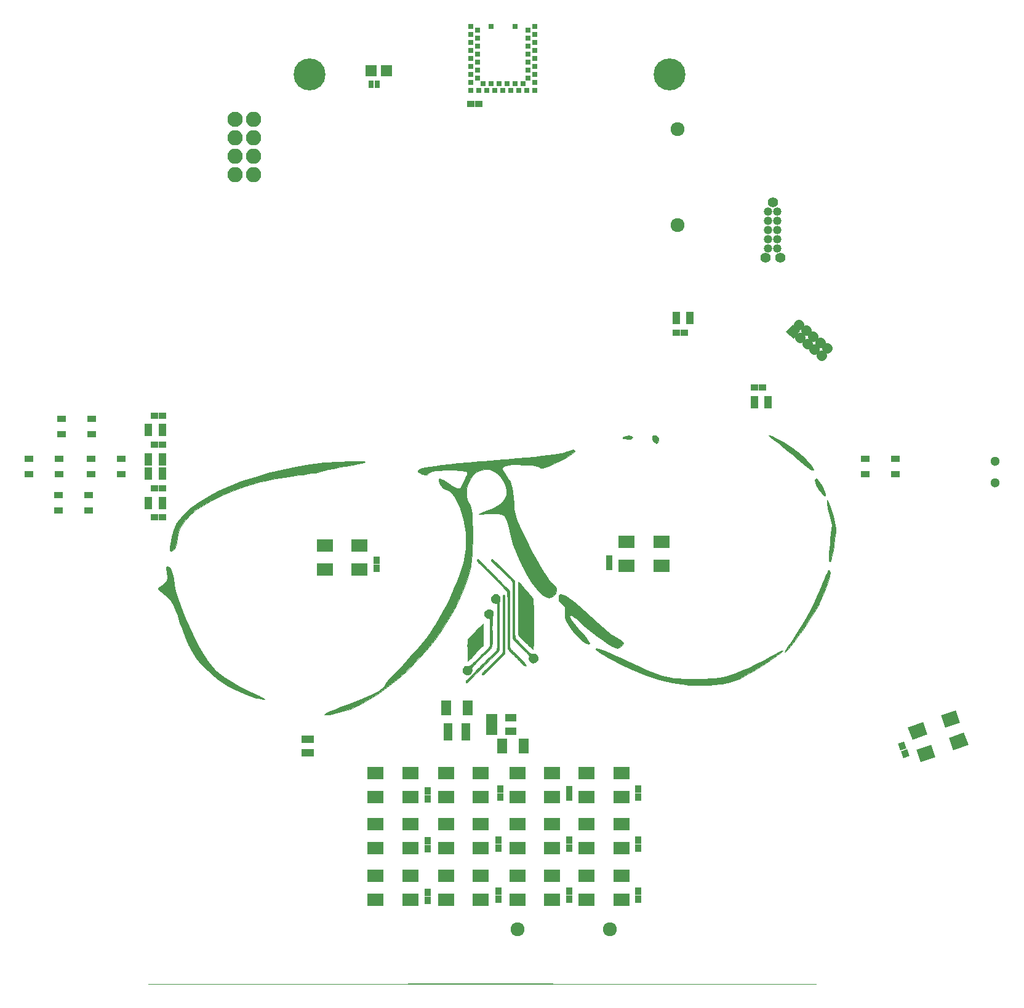
<source format=gts>
G04 #@! TF.FileFunction,Soldermask,Top*
%FSLAX46Y46*%
G04 Gerber Fmt 4.6, Leading zero omitted, Abs format (unit mm)*
G04 Created by KiCad (PCBNEW 4.0.6-e0-6349~52~ubuntu16.10.1) date Sat Jun 17 22:57:17 2017*
%MOMM*%
%LPD*%
G01*
G04 APERTURE LIST*
%ADD10C,0.100000*%
%ADD11C,0.010000*%
%ADD12C,1.187400*%
%ADD13C,1.390600*%
%ADD14C,1.924000*%
%ADD15C,4.400000*%
%ADD16R,1.000000X0.900000*%
%ADD17R,1.400000X2.000000*%
%ADD18R,1.300000X2.350000*%
%ADD19R,1.100000X1.700000*%
%ADD20R,1.303020X0.901700*%
%ADD21R,1.600000X1.100000*%
%ADD22R,0.700000X0.700000*%
%ADD23R,1.598880X1.598880*%
%ADD24R,0.800000X1.000000*%
%ADD25C,1.300000*%
%ADD26C,1.400000*%
%ADD27R,0.900000X1.000000*%
%ADD28R,1.700000X1.100000*%
%ADD29C,2.100000*%
%ADD30O,2.100000X2.100000*%
%ADD31R,2.200000X1.800000*%
G04 APERTURE END LIST*
D10*
D11*
G36*
X136250938Y-106089309D02*
X136391776Y-106137355D01*
X136399988Y-106141247D01*
X136519240Y-106217087D01*
X136611249Y-106316838D01*
X136676733Y-106441286D01*
X136678472Y-106445881D01*
X136706313Y-106564324D01*
X136710500Y-106700376D01*
X136691557Y-106844589D01*
X136650008Y-106987515D01*
X136648187Y-106992285D01*
X136595786Y-107128357D01*
X136586625Y-110421285D01*
X136585509Y-110833046D01*
X136584514Y-111210106D01*
X136583587Y-111554049D01*
X136582673Y-111866459D01*
X136581718Y-112148921D01*
X136580669Y-112403017D01*
X136579472Y-112630333D01*
X136578072Y-112832452D01*
X136576416Y-113010959D01*
X136574449Y-113167437D01*
X136572117Y-113303471D01*
X136569367Y-113420646D01*
X136566145Y-113520544D01*
X136562396Y-113604750D01*
X136558066Y-113674849D01*
X136553102Y-113732423D01*
X136547450Y-113779059D01*
X136541054Y-113816339D01*
X136533863Y-113845847D01*
X136525820Y-113869168D01*
X136516874Y-113887886D01*
X136506968Y-113903586D01*
X136496050Y-113917850D01*
X136484066Y-113932263D01*
X136470960Y-113948410D01*
X136466168Y-113954672D01*
X136447668Y-113975022D01*
X136404829Y-114019513D01*
X136339065Y-114086726D01*
X136251792Y-114175241D01*
X136144425Y-114283639D01*
X136018381Y-114410501D01*
X135875074Y-114554407D01*
X135715920Y-114713938D01*
X135542334Y-114887675D01*
X135355731Y-115074199D01*
X135157528Y-115272090D01*
X134949140Y-115479929D01*
X134731982Y-115696296D01*
X134507469Y-115919773D01*
X134371328Y-116055182D01*
X134142787Y-116282521D01*
X133920549Y-116503771D01*
X133706045Y-116717499D01*
X133500707Y-116922271D01*
X133305969Y-117116651D01*
X133123261Y-117299206D01*
X132954017Y-117468502D01*
X132799669Y-117623105D01*
X132661648Y-117761579D01*
X132541388Y-117882492D01*
X132440321Y-117984409D01*
X132359878Y-118065896D01*
X132301491Y-118125518D01*
X132266595Y-118161842D01*
X132257685Y-118171664D01*
X132216115Y-118219133D01*
X132183505Y-118244717D01*
X132146731Y-118255323D01*
X132093937Y-118257843D01*
X132037850Y-118256556D01*
X132007719Y-118248306D01*
X131993346Y-118229204D01*
X131989864Y-118218178D01*
X131979553Y-118144286D01*
X131983106Y-118066838D01*
X131994404Y-118019788D01*
X132008835Y-118002477D01*
X132047328Y-117961320D01*
X132108178Y-117898018D01*
X132189681Y-117814275D01*
X132290134Y-117711795D01*
X132407833Y-117592279D01*
X132541073Y-117457432D01*
X132688152Y-117308957D01*
X132847364Y-117148555D01*
X133017008Y-116977932D01*
X133195377Y-116798789D01*
X133380769Y-116612830D01*
X133571481Y-116421758D01*
X133765807Y-116227277D01*
X133962044Y-116031088D01*
X134158489Y-115834895D01*
X134353436Y-115640402D01*
X134545184Y-115449312D01*
X134732027Y-115263327D01*
X134912263Y-115084151D01*
X135084186Y-114913486D01*
X135246093Y-114753037D01*
X135396281Y-114604506D01*
X135533046Y-114469595D01*
X135654683Y-114350009D01*
X135759489Y-114247451D01*
X135845760Y-114163623D01*
X135911792Y-114100228D01*
X135955881Y-114058970D01*
X135966002Y-114049910D01*
X136073249Y-113950091D01*
X136153530Y-113858613D01*
X136211438Y-113766504D01*
X136251569Y-113664793D01*
X136278515Y-113544509D01*
X136296032Y-113405423D01*
X136298275Y-113363907D01*
X136300405Y-113287575D01*
X136302415Y-113177895D01*
X136304295Y-113036338D01*
X136306037Y-112864371D01*
X136307633Y-112663464D01*
X136309074Y-112435086D01*
X136310352Y-112180707D01*
X136311457Y-111901795D01*
X136312383Y-111599819D01*
X136313120Y-111276249D01*
X136313659Y-110932554D01*
X136313992Y-110570202D01*
X136314103Y-110281024D01*
X136314571Y-107337691D01*
X136273750Y-107329846D01*
X136237991Y-107324255D01*
X136176856Y-107315934D01*
X136101014Y-107306308D01*
X136064794Y-107301914D01*
X135904686Y-107274473D01*
X135775452Y-107232607D01*
X135673648Y-107173679D01*
X135595827Y-107095048D01*
X135538546Y-106994076D01*
X135498360Y-106868124D01*
X135498313Y-106867926D01*
X135481913Y-106743691D01*
X135486356Y-106612268D01*
X135510331Y-106487790D01*
X135541225Y-106405667D01*
X135617417Y-106288961D01*
X135717376Y-106195713D01*
X135835904Y-106127524D01*
X135967805Y-106085993D01*
X136107882Y-106072722D01*
X136250938Y-106089309D01*
X136250938Y-106089309D01*
G37*
X136250938Y-106089309D02*
X136391776Y-106137355D01*
X136399988Y-106141247D01*
X136519240Y-106217087D01*
X136611249Y-106316838D01*
X136676733Y-106441286D01*
X136678472Y-106445881D01*
X136706313Y-106564324D01*
X136710500Y-106700376D01*
X136691557Y-106844589D01*
X136650008Y-106987515D01*
X136648187Y-106992285D01*
X136595786Y-107128357D01*
X136586625Y-110421285D01*
X136585509Y-110833046D01*
X136584514Y-111210106D01*
X136583587Y-111554049D01*
X136582673Y-111866459D01*
X136581718Y-112148921D01*
X136580669Y-112403017D01*
X136579472Y-112630333D01*
X136578072Y-112832452D01*
X136576416Y-113010959D01*
X136574449Y-113167437D01*
X136572117Y-113303471D01*
X136569367Y-113420646D01*
X136566145Y-113520544D01*
X136562396Y-113604750D01*
X136558066Y-113674849D01*
X136553102Y-113732423D01*
X136547450Y-113779059D01*
X136541054Y-113816339D01*
X136533863Y-113845847D01*
X136525820Y-113869168D01*
X136516874Y-113887886D01*
X136506968Y-113903586D01*
X136496050Y-113917850D01*
X136484066Y-113932263D01*
X136470960Y-113948410D01*
X136466168Y-113954672D01*
X136447668Y-113975022D01*
X136404829Y-114019513D01*
X136339065Y-114086726D01*
X136251792Y-114175241D01*
X136144425Y-114283639D01*
X136018381Y-114410501D01*
X135875074Y-114554407D01*
X135715920Y-114713938D01*
X135542334Y-114887675D01*
X135355731Y-115074199D01*
X135157528Y-115272090D01*
X134949140Y-115479929D01*
X134731982Y-115696296D01*
X134507469Y-115919773D01*
X134371328Y-116055182D01*
X134142787Y-116282521D01*
X133920549Y-116503771D01*
X133706045Y-116717499D01*
X133500707Y-116922271D01*
X133305969Y-117116651D01*
X133123261Y-117299206D01*
X132954017Y-117468502D01*
X132799669Y-117623105D01*
X132661648Y-117761579D01*
X132541388Y-117882492D01*
X132440321Y-117984409D01*
X132359878Y-118065896D01*
X132301491Y-118125518D01*
X132266595Y-118161842D01*
X132257685Y-118171664D01*
X132216115Y-118219133D01*
X132183505Y-118244717D01*
X132146731Y-118255323D01*
X132093937Y-118257843D01*
X132037850Y-118256556D01*
X132007719Y-118248306D01*
X131993346Y-118229204D01*
X131989864Y-118218178D01*
X131979553Y-118144286D01*
X131983106Y-118066838D01*
X131994404Y-118019788D01*
X132008835Y-118002477D01*
X132047328Y-117961320D01*
X132108178Y-117898018D01*
X132189681Y-117814275D01*
X132290134Y-117711795D01*
X132407833Y-117592279D01*
X132541073Y-117457432D01*
X132688152Y-117308957D01*
X132847364Y-117148555D01*
X133017008Y-116977932D01*
X133195377Y-116798789D01*
X133380769Y-116612830D01*
X133571481Y-116421758D01*
X133765807Y-116227277D01*
X133962044Y-116031088D01*
X134158489Y-115834895D01*
X134353436Y-115640402D01*
X134545184Y-115449312D01*
X134732027Y-115263327D01*
X134912263Y-115084151D01*
X135084186Y-114913486D01*
X135246093Y-114753037D01*
X135396281Y-114604506D01*
X135533046Y-114469595D01*
X135654683Y-114350009D01*
X135759489Y-114247451D01*
X135845760Y-114163623D01*
X135911792Y-114100228D01*
X135955881Y-114058970D01*
X135966002Y-114049910D01*
X136073249Y-113950091D01*
X136153530Y-113858613D01*
X136211438Y-113766504D01*
X136251569Y-113664793D01*
X136278515Y-113544509D01*
X136296032Y-113405423D01*
X136298275Y-113363907D01*
X136300405Y-113287575D01*
X136302415Y-113177895D01*
X136304295Y-113036338D01*
X136306037Y-112864371D01*
X136307633Y-112663464D01*
X136309074Y-112435086D01*
X136310352Y-112180707D01*
X136311457Y-111901795D01*
X136312383Y-111599819D01*
X136313120Y-111276249D01*
X136313659Y-110932554D01*
X136313992Y-110570202D01*
X136314103Y-110281024D01*
X136314571Y-107337691D01*
X136273750Y-107329846D01*
X136237991Y-107324255D01*
X136176856Y-107315934D01*
X136101014Y-107306308D01*
X136064794Y-107301914D01*
X135904686Y-107274473D01*
X135775452Y-107232607D01*
X135673648Y-107173679D01*
X135595827Y-107095048D01*
X135538546Y-106994076D01*
X135498360Y-106868124D01*
X135498313Y-106867926D01*
X135481913Y-106743691D01*
X135486356Y-106612268D01*
X135510331Y-106487790D01*
X135541225Y-106405667D01*
X135617417Y-106288961D01*
X135717376Y-106195713D01*
X135835904Y-106127524D01*
X135967805Y-106085993D01*
X136107882Y-106072722D01*
X136250938Y-106089309D01*
G36*
X137263946Y-106162507D02*
X137275493Y-106169287D01*
X137316063Y-106201516D01*
X137339894Y-106235769D01*
X137340915Y-106239174D01*
X137341733Y-106260543D01*
X137342485Y-106316536D01*
X137343169Y-106405492D01*
X137343784Y-106525749D01*
X137344329Y-106675646D01*
X137344802Y-106853521D01*
X137345201Y-107057712D01*
X137345524Y-107286559D01*
X137345771Y-107538399D01*
X137345939Y-107811572D01*
X137346027Y-108104415D01*
X137346034Y-108415268D01*
X137345958Y-108742468D01*
X137345796Y-109084355D01*
X137345549Y-109439266D01*
X137345213Y-109805540D01*
X137344789Y-110181516D01*
X137344704Y-110248928D01*
X137344131Y-110696125D01*
X137343585Y-111108476D01*
X137343053Y-111487420D01*
X137342520Y-111834398D01*
X137341971Y-112150847D01*
X137341391Y-112438209D01*
X137340765Y-112697922D01*
X137340080Y-112931425D01*
X137339319Y-113140160D01*
X137338469Y-113325564D01*
X137337514Y-113489078D01*
X137336440Y-113632141D01*
X137335232Y-113756192D01*
X137333875Y-113862672D01*
X137332356Y-113953019D01*
X137330658Y-114028673D01*
X137328767Y-114091074D01*
X137326668Y-114141661D01*
X137324348Y-114181874D01*
X137321790Y-114213152D01*
X137318980Y-114236935D01*
X137315905Y-114254661D01*
X137312547Y-114267772D01*
X137308894Y-114277706D01*
X137304930Y-114285903D01*
X137303357Y-114288830D01*
X137285779Y-114310591D01*
X137244263Y-114356218D01*
X137180540Y-114423935D01*
X137096344Y-114511964D01*
X136993408Y-114618528D01*
X136873465Y-114741850D01*
X136738246Y-114880152D01*
X136589487Y-115031658D01*
X136428918Y-115194589D01*
X136258274Y-115367169D01*
X136079287Y-115547621D01*
X135912164Y-115715623D01*
X135690686Y-115937924D01*
X135493219Y-116135948D01*
X135318181Y-116311138D01*
X135163987Y-116464939D01*
X135029056Y-116598795D01*
X134911805Y-116714151D01*
X134810650Y-116812449D01*
X134724009Y-116895135D01*
X134650298Y-116963652D01*
X134587935Y-117019445D01*
X134535338Y-117063958D01*
X134490922Y-117098635D01*
X134453105Y-117124920D01*
X134420305Y-117144258D01*
X134390938Y-117158092D01*
X134363421Y-117167866D01*
X134336172Y-117175025D01*
X134307608Y-117181013D01*
X134305529Y-117181424D01*
X134261249Y-117185080D01*
X134239136Y-117170841D01*
X134235166Y-117162561D01*
X134229288Y-117115307D01*
X134235347Y-117049973D01*
X134250699Y-116981707D01*
X134272700Y-116925658D01*
X134278085Y-116916602D01*
X134297168Y-116894514D01*
X134339663Y-116849871D01*
X134402897Y-116785344D01*
X134484200Y-116703603D01*
X134580900Y-116607320D01*
X134690325Y-116499165D01*
X134809804Y-116381809D01*
X134936667Y-116257924D01*
X134944785Y-116250019D01*
X135090427Y-116107769D01*
X135255631Y-115945577D01*
X135434463Y-115769319D01*
X135620989Y-115584871D01*
X135809274Y-115398109D01*
X135993384Y-115214908D01*
X136167385Y-115041145D01*
X136299260Y-114908918D01*
X136460403Y-114746670D01*
X136597458Y-114607913D01*
X136712232Y-114490715D01*
X136806528Y-114393146D01*
X136882152Y-114313275D01*
X136940908Y-114249170D01*
X136984602Y-114198901D01*
X137015038Y-114160537D01*
X137034021Y-114132147D01*
X137042863Y-114113357D01*
X137046027Y-114098170D01*
X137048939Y-114071456D01*
X137051612Y-114031746D01*
X137054059Y-113977570D01*
X137056294Y-113907460D01*
X137058331Y-113819948D01*
X137060182Y-113713566D01*
X137061862Y-113586843D01*
X137063384Y-113438313D01*
X137064762Y-113266505D01*
X137066009Y-113069953D01*
X137067138Y-112847186D01*
X137068163Y-112596737D01*
X137069098Y-112317137D01*
X137069957Y-112006917D01*
X137070752Y-111664609D01*
X137071497Y-111288744D01*
X137072107Y-110938357D01*
X137072578Y-110596790D01*
X137072862Y-110259812D01*
X137072967Y-109929698D01*
X137072897Y-109608727D01*
X137072660Y-109299174D01*
X137072261Y-109003319D01*
X137071706Y-108723437D01*
X137071001Y-108461805D01*
X137070153Y-108220702D01*
X137069167Y-108002404D01*
X137068049Y-107809188D01*
X137066806Y-107643332D01*
X137065444Y-107507113D01*
X137063968Y-107402807D01*
X137062516Y-107336999D01*
X137056873Y-107095617D01*
X137055376Y-106887879D01*
X137058262Y-106711354D01*
X137065772Y-106563611D01*
X137078146Y-106442219D01*
X137095624Y-106344747D01*
X137118444Y-106268765D01*
X137146848Y-106211841D01*
X137177074Y-106175183D01*
X137206643Y-106150205D01*
X137230075Y-106146310D01*
X137263946Y-106162507D01*
X137263946Y-106162507D01*
G37*
X137263946Y-106162507D02*
X137275493Y-106169287D01*
X137316063Y-106201516D01*
X137339894Y-106235769D01*
X137340915Y-106239174D01*
X137341733Y-106260543D01*
X137342485Y-106316536D01*
X137343169Y-106405492D01*
X137343784Y-106525749D01*
X137344329Y-106675646D01*
X137344802Y-106853521D01*
X137345201Y-107057712D01*
X137345524Y-107286559D01*
X137345771Y-107538399D01*
X137345939Y-107811572D01*
X137346027Y-108104415D01*
X137346034Y-108415268D01*
X137345958Y-108742468D01*
X137345796Y-109084355D01*
X137345549Y-109439266D01*
X137345213Y-109805540D01*
X137344789Y-110181516D01*
X137344704Y-110248928D01*
X137344131Y-110696125D01*
X137343585Y-111108476D01*
X137343053Y-111487420D01*
X137342520Y-111834398D01*
X137341971Y-112150847D01*
X137341391Y-112438209D01*
X137340765Y-112697922D01*
X137340080Y-112931425D01*
X137339319Y-113140160D01*
X137338469Y-113325564D01*
X137337514Y-113489078D01*
X137336440Y-113632141D01*
X137335232Y-113756192D01*
X137333875Y-113862672D01*
X137332356Y-113953019D01*
X137330658Y-114028673D01*
X137328767Y-114091074D01*
X137326668Y-114141661D01*
X137324348Y-114181874D01*
X137321790Y-114213152D01*
X137318980Y-114236935D01*
X137315905Y-114254661D01*
X137312547Y-114267772D01*
X137308894Y-114277706D01*
X137304930Y-114285903D01*
X137303357Y-114288830D01*
X137285779Y-114310591D01*
X137244263Y-114356218D01*
X137180540Y-114423935D01*
X137096344Y-114511964D01*
X136993408Y-114618528D01*
X136873465Y-114741850D01*
X136738246Y-114880152D01*
X136589487Y-115031658D01*
X136428918Y-115194589D01*
X136258274Y-115367169D01*
X136079287Y-115547621D01*
X135912164Y-115715623D01*
X135690686Y-115937924D01*
X135493219Y-116135948D01*
X135318181Y-116311138D01*
X135163987Y-116464939D01*
X135029056Y-116598795D01*
X134911805Y-116714151D01*
X134810650Y-116812449D01*
X134724009Y-116895135D01*
X134650298Y-116963652D01*
X134587935Y-117019445D01*
X134535338Y-117063958D01*
X134490922Y-117098635D01*
X134453105Y-117124920D01*
X134420305Y-117144258D01*
X134390938Y-117158092D01*
X134363421Y-117167866D01*
X134336172Y-117175025D01*
X134307608Y-117181013D01*
X134305529Y-117181424D01*
X134261249Y-117185080D01*
X134239136Y-117170841D01*
X134235166Y-117162561D01*
X134229288Y-117115307D01*
X134235347Y-117049973D01*
X134250699Y-116981707D01*
X134272700Y-116925658D01*
X134278085Y-116916602D01*
X134297168Y-116894514D01*
X134339663Y-116849871D01*
X134402897Y-116785344D01*
X134484200Y-116703603D01*
X134580900Y-116607320D01*
X134690325Y-116499165D01*
X134809804Y-116381809D01*
X134936667Y-116257924D01*
X134944785Y-116250019D01*
X135090427Y-116107769D01*
X135255631Y-115945577D01*
X135434463Y-115769319D01*
X135620989Y-115584871D01*
X135809274Y-115398109D01*
X135993384Y-115214908D01*
X136167385Y-115041145D01*
X136299260Y-114908918D01*
X136460403Y-114746670D01*
X136597458Y-114607913D01*
X136712232Y-114490715D01*
X136806528Y-114393146D01*
X136882152Y-114313275D01*
X136940908Y-114249170D01*
X136984602Y-114198901D01*
X137015038Y-114160537D01*
X137034021Y-114132147D01*
X137042863Y-114113357D01*
X137046027Y-114098170D01*
X137048939Y-114071456D01*
X137051612Y-114031746D01*
X137054059Y-113977570D01*
X137056294Y-113907460D01*
X137058331Y-113819948D01*
X137060182Y-113713566D01*
X137061862Y-113586843D01*
X137063384Y-113438313D01*
X137064762Y-113266505D01*
X137066009Y-113069953D01*
X137067138Y-112847186D01*
X137068163Y-112596737D01*
X137069098Y-112317137D01*
X137069957Y-112006917D01*
X137070752Y-111664609D01*
X137071497Y-111288744D01*
X137072107Y-110938357D01*
X137072578Y-110596790D01*
X137072862Y-110259812D01*
X137072967Y-109929698D01*
X137072897Y-109608727D01*
X137072660Y-109299174D01*
X137072261Y-109003319D01*
X137071706Y-108723437D01*
X137071001Y-108461805D01*
X137070153Y-108220702D01*
X137069167Y-108002404D01*
X137068049Y-107809188D01*
X137066806Y-107643332D01*
X137065444Y-107507113D01*
X137063968Y-107402807D01*
X137062516Y-107336999D01*
X137056873Y-107095617D01*
X137055376Y-106887879D01*
X137058262Y-106711354D01*
X137065772Y-106563611D01*
X137078146Y-106442219D01*
X137095624Y-106344747D01*
X137118444Y-106268765D01*
X137146848Y-106211841D01*
X137177074Y-106175183D01*
X137206643Y-106150205D01*
X137230075Y-106146310D01*
X137263946Y-106162507D01*
G36*
X135382765Y-108193622D02*
X135504926Y-108234892D01*
X135605412Y-108299944D01*
X135680680Y-108387449D01*
X135696954Y-108416187D01*
X135716800Y-108458149D01*
X135729904Y-108497303D01*
X135737565Y-108542634D01*
X135741083Y-108603130D01*
X135741756Y-108687775D01*
X135741562Y-108724615D01*
X135739764Y-108825763D01*
X135734640Y-108904019D01*
X135724166Y-108972752D01*
X135706317Y-109045332D01*
X135679699Y-109133142D01*
X135619344Y-109323642D01*
X135611644Y-110294125D01*
X135610474Y-110502816D01*
X135610140Y-110720308D01*
X135610594Y-110940088D01*
X135611790Y-111155644D01*
X135613681Y-111360464D01*
X135616220Y-111548036D01*
X135619361Y-111711845D01*
X135622750Y-111836268D01*
X135630223Y-112127924D01*
X135632182Y-112386234D01*
X135628452Y-112613744D01*
X135618858Y-112813000D01*
X135603224Y-112986548D01*
X135581375Y-113136933D01*
X135553136Y-113266701D01*
X135518331Y-113378397D01*
X135516086Y-113384431D01*
X135499678Y-113422434D01*
X135477236Y-113463094D01*
X135446826Y-113508497D01*
X135406511Y-113560727D01*
X135354355Y-113621868D01*
X135288422Y-113694006D01*
X135206777Y-113779225D01*
X135107482Y-113879610D01*
X134988603Y-113997245D01*
X134848204Y-114134215D01*
X134684347Y-114292605D01*
X134575169Y-114397634D01*
X134317482Y-114645560D01*
X134085098Y-114869954D01*
X133876811Y-115072059D01*
X133691412Y-115253119D01*
X133527693Y-115414374D01*
X133384445Y-115557069D01*
X133260460Y-115682445D01*
X133154530Y-115791745D01*
X133065446Y-115886211D01*
X132992002Y-115967086D01*
X132932987Y-116035612D01*
X132887194Y-116093032D01*
X132853415Y-116140588D01*
X132830441Y-116179524D01*
X132820092Y-116202443D01*
X132803947Y-116249959D01*
X132799126Y-116288466D01*
X132805593Y-116333305D01*
X132819649Y-116386828D01*
X132846496Y-116523657D01*
X132844412Y-116646382D01*
X132812926Y-116763407D01*
X132796511Y-116801136D01*
X132717027Y-116934838D01*
X132619107Y-117040924D01*
X132514794Y-117111552D01*
X132428680Y-117142445D01*
X132321893Y-117161433D01*
X132208360Y-117167534D01*
X132102010Y-117159767D01*
X132038046Y-117145148D01*
X131893420Y-117080272D01*
X131772312Y-116987899D01*
X131675457Y-116868637D01*
X131647433Y-116820674D01*
X131628273Y-116779653D01*
X131616105Y-116736768D01*
X131609440Y-116682299D01*
X131606788Y-116606529D01*
X131606500Y-116553571D01*
X131607483Y-116463468D01*
X131611733Y-116398318D01*
X131621201Y-116346811D01*
X131637839Y-116297638D01*
X131658966Y-116249464D01*
X131719803Y-116145513D01*
X131794063Y-116063484D01*
X131875933Y-116009102D01*
X131918436Y-115993934D01*
X131962766Y-115986545D01*
X132033924Y-115978866D01*
X132122472Y-115971760D01*
X132218970Y-115966085D01*
X132229044Y-115965614D01*
X132338041Y-115959859D01*
X132420425Y-115951699D01*
X132485851Y-115937615D01*
X132543975Y-115914088D01*
X132604453Y-115877600D01*
X132676939Y-115824632D01*
X132731410Y-115782545D01*
X132826281Y-115705732D01*
X132934165Y-115612582D01*
X133056584Y-115501635D01*
X133195059Y-115371431D01*
X133351114Y-115220512D01*
X133526269Y-115047416D01*
X133722047Y-114850686D01*
X133939971Y-114628860D01*
X134019390Y-114547454D01*
X134155935Y-114407506D01*
X134294796Y-114265618D01*
X134431928Y-114125897D01*
X134563283Y-113992449D01*
X134684814Y-113869381D01*
X134792475Y-113760797D01*
X134882219Y-113670804D01*
X134939329Y-113614031D01*
X135044304Y-113509200D01*
X135126021Y-113423957D01*
X135187862Y-113353251D01*
X135233206Y-113292031D01*
X135265434Y-113235245D01*
X135287924Y-113177841D01*
X135304059Y-113114769D01*
X135315468Y-113051890D01*
X135319107Y-113010301D01*
X135322381Y-112933000D01*
X135325283Y-112820560D01*
X135327809Y-112673554D01*
X135329951Y-112492554D01*
X135331705Y-112278132D01*
X135333064Y-112030862D01*
X135334023Y-111751314D01*
X135334575Y-111440063D01*
X135334720Y-111178750D01*
X135334857Y-109423428D01*
X135266821Y-109423113D01*
X135123626Y-109408620D01*
X134977938Y-109369235D01*
X134840731Y-109309177D01*
X134722980Y-109232666D01*
X134684753Y-109199327D01*
X134613412Y-109123503D01*
X134566710Y-109051682D01*
X134540057Y-108972657D01*
X134528864Y-108875221D01*
X134527630Y-108815642D01*
X134529085Y-108730554D01*
X134535245Y-108668720D01*
X134548562Y-108617178D01*
X134571486Y-108562968D01*
X134577925Y-108549674D01*
X134660388Y-108418698D01*
X134765313Y-108316124D01*
X134892981Y-108241751D01*
X135043673Y-108195379D01*
X135087599Y-108187745D01*
X135242475Y-108177463D01*
X135382765Y-108193622D01*
X135382765Y-108193622D01*
G37*
X135382765Y-108193622D02*
X135504926Y-108234892D01*
X135605412Y-108299944D01*
X135680680Y-108387449D01*
X135696954Y-108416187D01*
X135716800Y-108458149D01*
X135729904Y-108497303D01*
X135737565Y-108542634D01*
X135741083Y-108603130D01*
X135741756Y-108687775D01*
X135741562Y-108724615D01*
X135739764Y-108825763D01*
X135734640Y-108904019D01*
X135724166Y-108972752D01*
X135706317Y-109045332D01*
X135679699Y-109133142D01*
X135619344Y-109323642D01*
X135611644Y-110294125D01*
X135610474Y-110502816D01*
X135610140Y-110720308D01*
X135610594Y-110940088D01*
X135611790Y-111155644D01*
X135613681Y-111360464D01*
X135616220Y-111548036D01*
X135619361Y-111711845D01*
X135622750Y-111836268D01*
X135630223Y-112127924D01*
X135632182Y-112386234D01*
X135628452Y-112613744D01*
X135618858Y-112813000D01*
X135603224Y-112986548D01*
X135581375Y-113136933D01*
X135553136Y-113266701D01*
X135518331Y-113378397D01*
X135516086Y-113384431D01*
X135499678Y-113422434D01*
X135477236Y-113463094D01*
X135446826Y-113508497D01*
X135406511Y-113560727D01*
X135354355Y-113621868D01*
X135288422Y-113694006D01*
X135206777Y-113779225D01*
X135107482Y-113879610D01*
X134988603Y-113997245D01*
X134848204Y-114134215D01*
X134684347Y-114292605D01*
X134575169Y-114397634D01*
X134317482Y-114645560D01*
X134085098Y-114869954D01*
X133876811Y-115072059D01*
X133691412Y-115253119D01*
X133527693Y-115414374D01*
X133384445Y-115557069D01*
X133260460Y-115682445D01*
X133154530Y-115791745D01*
X133065446Y-115886211D01*
X132992002Y-115967086D01*
X132932987Y-116035612D01*
X132887194Y-116093032D01*
X132853415Y-116140588D01*
X132830441Y-116179524D01*
X132820092Y-116202443D01*
X132803947Y-116249959D01*
X132799126Y-116288466D01*
X132805593Y-116333305D01*
X132819649Y-116386828D01*
X132846496Y-116523657D01*
X132844412Y-116646382D01*
X132812926Y-116763407D01*
X132796511Y-116801136D01*
X132717027Y-116934838D01*
X132619107Y-117040924D01*
X132514794Y-117111552D01*
X132428680Y-117142445D01*
X132321893Y-117161433D01*
X132208360Y-117167534D01*
X132102010Y-117159767D01*
X132038046Y-117145148D01*
X131893420Y-117080272D01*
X131772312Y-116987899D01*
X131675457Y-116868637D01*
X131647433Y-116820674D01*
X131628273Y-116779653D01*
X131616105Y-116736768D01*
X131609440Y-116682299D01*
X131606788Y-116606529D01*
X131606500Y-116553571D01*
X131607483Y-116463468D01*
X131611733Y-116398318D01*
X131621201Y-116346811D01*
X131637839Y-116297638D01*
X131658966Y-116249464D01*
X131719803Y-116145513D01*
X131794063Y-116063484D01*
X131875933Y-116009102D01*
X131918436Y-115993934D01*
X131962766Y-115986545D01*
X132033924Y-115978866D01*
X132122472Y-115971760D01*
X132218970Y-115966085D01*
X132229044Y-115965614D01*
X132338041Y-115959859D01*
X132420425Y-115951699D01*
X132485851Y-115937615D01*
X132543975Y-115914088D01*
X132604453Y-115877600D01*
X132676939Y-115824632D01*
X132731410Y-115782545D01*
X132826281Y-115705732D01*
X132934165Y-115612582D01*
X133056584Y-115501635D01*
X133195059Y-115371431D01*
X133351114Y-115220512D01*
X133526269Y-115047416D01*
X133722047Y-114850686D01*
X133939971Y-114628860D01*
X134019390Y-114547454D01*
X134155935Y-114407506D01*
X134294796Y-114265618D01*
X134431928Y-114125897D01*
X134563283Y-113992449D01*
X134684814Y-113869381D01*
X134792475Y-113760797D01*
X134882219Y-113670804D01*
X134939329Y-113614031D01*
X135044304Y-113509200D01*
X135126021Y-113423957D01*
X135187862Y-113353251D01*
X135233206Y-113292031D01*
X135265434Y-113235245D01*
X135287924Y-113177841D01*
X135304059Y-113114769D01*
X135315468Y-113051890D01*
X135319107Y-113010301D01*
X135322381Y-112933000D01*
X135325283Y-112820560D01*
X135327809Y-112673554D01*
X135329951Y-112492554D01*
X135331705Y-112278132D01*
X135333064Y-112030862D01*
X135334023Y-111751314D01*
X135334575Y-111440063D01*
X135334720Y-111178750D01*
X135334857Y-109423428D01*
X135266821Y-109423113D01*
X135123626Y-109408620D01*
X134977938Y-109369235D01*
X134840731Y-109309177D01*
X134722980Y-109232666D01*
X134684753Y-109199327D01*
X134613412Y-109123503D01*
X134566710Y-109051682D01*
X134540057Y-108972657D01*
X134528864Y-108875221D01*
X134527630Y-108815642D01*
X134529085Y-108730554D01*
X134535245Y-108668720D01*
X134548562Y-108617178D01*
X134571486Y-108562968D01*
X134577925Y-108549674D01*
X134660388Y-108418698D01*
X134765313Y-108316124D01*
X134892981Y-108241751D01*
X135043673Y-108195379D01*
X135087599Y-108187745D01*
X135242475Y-108177463D01*
X135382765Y-108193622D01*
G36*
X133704905Y-101261181D02*
X133736271Y-101269180D01*
X133765801Y-101289126D01*
X133801905Y-101326569D01*
X133848822Y-101382042D01*
X133903697Y-101445084D01*
X133983369Y-101532198D01*
X134086625Y-101642156D01*
X134212248Y-101773732D01*
X134359024Y-101925700D01*
X134525738Y-102096832D01*
X134711174Y-102285903D01*
X134914119Y-102491685D01*
X135133355Y-102712951D01*
X135367670Y-102948476D01*
X135615847Y-103197033D01*
X135876671Y-103457394D01*
X136148928Y-103728334D01*
X136431403Y-104008625D01*
X136722880Y-104297041D01*
X137022144Y-104592356D01*
X137286253Y-104852323D01*
X137459458Y-105023426D01*
X137608276Y-105172161D01*
X137732333Y-105298141D01*
X137831257Y-105400978D01*
X137904676Y-105480286D01*
X137952216Y-105535678D01*
X137973111Y-105565883D01*
X137976870Y-105575173D01*
X137980331Y-105587173D01*
X137983510Y-105603351D01*
X137986418Y-105625175D01*
X137989070Y-105654114D01*
X137991478Y-105691635D01*
X137993656Y-105739207D01*
X137995617Y-105798297D01*
X137997375Y-105870374D01*
X137998943Y-105956907D01*
X138000334Y-106059362D01*
X138001562Y-106179209D01*
X138002639Y-106317916D01*
X138003580Y-106476950D01*
X138004397Y-106657780D01*
X138005105Y-106861874D01*
X138005715Y-107090700D01*
X138006242Y-107345726D01*
X138006699Y-107628421D01*
X138007099Y-107940252D01*
X138007456Y-108282688D01*
X138007782Y-108657197D01*
X138008092Y-109065247D01*
X138008358Y-109448454D01*
X138008656Y-109886082D01*
X138008945Y-110288911D01*
X138009240Y-110658428D01*
X138009558Y-110996119D01*
X138009912Y-111303470D01*
X138010319Y-111581969D01*
X138010793Y-111833102D01*
X138011349Y-112058355D01*
X138012004Y-112259215D01*
X138012772Y-112437169D01*
X138013668Y-112593704D01*
X138014708Y-112730305D01*
X138015907Y-112848460D01*
X138017280Y-112949655D01*
X138018842Y-113035376D01*
X138020609Y-113107111D01*
X138022596Y-113166346D01*
X138024817Y-113214568D01*
X138027289Y-113253263D01*
X138030027Y-113283917D01*
X138033045Y-113308018D01*
X138036359Y-113327052D01*
X138039984Y-113342505D01*
X138043936Y-113355865D01*
X138048229Y-113368617D01*
X138048534Y-113369499D01*
X138064402Y-113414465D01*
X138080339Y-113455274D01*
X138098377Y-113494169D01*
X138120544Y-113533391D01*
X138148872Y-113575185D01*
X138185390Y-113621791D01*
X138232129Y-113675454D01*
X138291119Y-113738415D01*
X138364390Y-113812917D01*
X138453972Y-113901203D01*
X138561897Y-114005516D01*
X138690193Y-114128097D01*
X138840892Y-114271190D01*
X139008785Y-114430187D01*
X139208480Y-114619711D01*
X139383172Y-114786650D01*
X139534694Y-114932844D01*
X139664877Y-115060133D01*
X139775551Y-115170359D01*
X139868549Y-115265360D01*
X139945701Y-115346978D01*
X140008839Y-115417053D01*
X140059794Y-115477426D01*
X140092607Y-115519428D01*
X140159574Y-115615455D01*
X140216044Y-115709505D01*
X140258384Y-115794563D01*
X140282957Y-115863612D01*
X140287680Y-115895892D01*
X140282682Y-115922153D01*
X140263447Y-115933630D01*
X140224053Y-115930733D01*
X140158578Y-115913870D01*
X140134097Y-115906497D01*
X140002954Y-115848236D01*
X139871252Y-115753776D01*
X139739100Y-115623197D01*
X139729388Y-115612194D01*
X139696115Y-115575985D01*
X139639595Y-115516636D01*
X139562268Y-115436633D01*
X139466576Y-115338462D01*
X139354960Y-115224610D01*
X139229861Y-115097564D01*
X139093720Y-114959810D01*
X138948978Y-114813836D01*
X138798077Y-114662126D01*
X138709937Y-114573733D01*
X138531392Y-114394639D01*
X138376923Y-114239203D01*
X138244790Y-114105585D01*
X138133253Y-113991943D01*
X138040572Y-113896439D01*
X137965005Y-113817230D01*
X137904814Y-113752477D01*
X137858258Y-113700339D01*
X137823597Y-113658976D01*
X137799091Y-113626546D01*
X137783000Y-113601211D01*
X137775071Y-113584948D01*
X137770922Y-113574373D01*
X137767100Y-113562718D01*
X137763590Y-113548509D01*
X137760378Y-113530275D01*
X137757447Y-113506543D01*
X137754784Y-113475840D01*
X137752373Y-113436695D01*
X137750200Y-113387635D01*
X137748249Y-113327188D01*
X137746505Y-113253882D01*
X137744954Y-113166244D01*
X137743581Y-113062802D01*
X137742370Y-112942085D01*
X137741307Y-112802618D01*
X137740376Y-112642931D01*
X137739564Y-112461551D01*
X137738854Y-112257006D01*
X137738232Y-112027823D01*
X137737683Y-111772530D01*
X137737192Y-111489655D01*
X137736744Y-111177726D01*
X137736324Y-110835271D01*
X137735918Y-110460816D01*
X137735509Y-110052890D01*
X137735123Y-109650581D01*
X137734687Y-109208804D01*
X137734246Y-108801856D01*
X137733788Y-108428283D01*
X137733299Y-108086629D01*
X137732769Y-107775438D01*
X137732182Y-107493255D01*
X137731529Y-107238624D01*
X137730795Y-107010089D01*
X137729967Y-106806195D01*
X137729035Y-106625486D01*
X137727984Y-106466506D01*
X137726803Y-106327801D01*
X137725478Y-106207913D01*
X137723998Y-106105389D01*
X137722349Y-106018771D01*
X137720519Y-105946605D01*
X137718495Y-105887434D01*
X137716266Y-105839804D01*
X137713817Y-105802258D01*
X137711138Y-105773341D01*
X137708214Y-105751598D01*
X137705034Y-105735572D01*
X137701584Y-105723808D01*
X137701166Y-105722653D01*
X137693750Y-105707682D01*
X137679971Y-105687084D01*
X137658588Y-105659576D01*
X137628361Y-105623879D01*
X137588050Y-105578714D01*
X137536413Y-105522799D01*
X137472212Y-105454856D01*
X137394204Y-105373603D01*
X137301150Y-105277760D01*
X137191810Y-105166048D01*
X137064942Y-105037187D01*
X136919307Y-104889895D01*
X136753664Y-104722894D01*
X136566772Y-104534903D01*
X136357391Y-104324642D01*
X136124280Y-104090830D01*
X135972186Y-103938384D01*
X135759235Y-103725157D01*
X135549185Y-103515167D01*
X135343910Y-103310271D01*
X135145282Y-103112326D01*
X134955177Y-102923189D01*
X134775467Y-102744715D01*
X134608025Y-102578762D01*
X134454727Y-102427186D01*
X134317444Y-102291845D01*
X134198051Y-102174594D01*
X134098421Y-102077291D01*
X134020428Y-102001792D01*
X133965945Y-101949954D01*
X133961428Y-101945739D01*
X133840878Y-101831729D01*
X133745784Y-101737001D01*
X133673447Y-101657946D01*
X133621167Y-101590957D01*
X133586246Y-101532426D01*
X133565984Y-101478745D01*
X133557683Y-101426304D01*
X133557105Y-101405259D01*
X133560288Y-101332365D01*
X133572567Y-101288507D01*
X133599066Y-101266654D01*
X133644910Y-101259773D01*
X133663294Y-101259577D01*
X133704905Y-101261181D01*
X133704905Y-101261181D01*
G37*
X133704905Y-101261181D02*
X133736271Y-101269180D01*
X133765801Y-101289126D01*
X133801905Y-101326569D01*
X133848822Y-101382042D01*
X133903697Y-101445084D01*
X133983369Y-101532198D01*
X134086625Y-101642156D01*
X134212248Y-101773732D01*
X134359024Y-101925700D01*
X134525738Y-102096832D01*
X134711174Y-102285903D01*
X134914119Y-102491685D01*
X135133355Y-102712951D01*
X135367670Y-102948476D01*
X135615847Y-103197033D01*
X135876671Y-103457394D01*
X136148928Y-103728334D01*
X136431403Y-104008625D01*
X136722880Y-104297041D01*
X137022144Y-104592356D01*
X137286253Y-104852323D01*
X137459458Y-105023426D01*
X137608276Y-105172161D01*
X137732333Y-105298141D01*
X137831257Y-105400978D01*
X137904676Y-105480286D01*
X137952216Y-105535678D01*
X137973111Y-105565883D01*
X137976870Y-105575173D01*
X137980331Y-105587173D01*
X137983510Y-105603351D01*
X137986418Y-105625175D01*
X137989070Y-105654114D01*
X137991478Y-105691635D01*
X137993656Y-105739207D01*
X137995617Y-105798297D01*
X137997375Y-105870374D01*
X137998943Y-105956907D01*
X138000334Y-106059362D01*
X138001562Y-106179209D01*
X138002639Y-106317916D01*
X138003580Y-106476950D01*
X138004397Y-106657780D01*
X138005105Y-106861874D01*
X138005715Y-107090700D01*
X138006242Y-107345726D01*
X138006699Y-107628421D01*
X138007099Y-107940252D01*
X138007456Y-108282688D01*
X138007782Y-108657197D01*
X138008092Y-109065247D01*
X138008358Y-109448454D01*
X138008656Y-109886082D01*
X138008945Y-110288911D01*
X138009240Y-110658428D01*
X138009558Y-110996119D01*
X138009912Y-111303470D01*
X138010319Y-111581969D01*
X138010793Y-111833102D01*
X138011349Y-112058355D01*
X138012004Y-112259215D01*
X138012772Y-112437169D01*
X138013668Y-112593704D01*
X138014708Y-112730305D01*
X138015907Y-112848460D01*
X138017280Y-112949655D01*
X138018842Y-113035376D01*
X138020609Y-113107111D01*
X138022596Y-113166346D01*
X138024817Y-113214568D01*
X138027289Y-113253263D01*
X138030027Y-113283917D01*
X138033045Y-113308018D01*
X138036359Y-113327052D01*
X138039984Y-113342505D01*
X138043936Y-113355865D01*
X138048229Y-113368617D01*
X138048534Y-113369499D01*
X138064402Y-113414465D01*
X138080339Y-113455274D01*
X138098377Y-113494169D01*
X138120544Y-113533391D01*
X138148872Y-113575185D01*
X138185390Y-113621791D01*
X138232129Y-113675454D01*
X138291119Y-113738415D01*
X138364390Y-113812917D01*
X138453972Y-113901203D01*
X138561897Y-114005516D01*
X138690193Y-114128097D01*
X138840892Y-114271190D01*
X139008785Y-114430187D01*
X139208480Y-114619711D01*
X139383172Y-114786650D01*
X139534694Y-114932844D01*
X139664877Y-115060133D01*
X139775551Y-115170359D01*
X139868549Y-115265360D01*
X139945701Y-115346978D01*
X140008839Y-115417053D01*
X140059794Y-115477426D01*
X140092607Y-115519428D01*
X140159574Y-115615455D01*
X140216044Y-115709505D01*
X140258384Y-115794563D01*
X140282957Y-115863612D01*
X140287680Y-115895892D01*
X140282682Y-115922153D01*
X140263447Y-115933630D01*
X140224053Y-115930733D01*
X140158578Y-115913870D01*
X140134097Y-115906497D01*
X140002954Y-115848236D01*
X139871252Y-115753776D01*
X139739100Y-115623197D01*
X139729388Y-115612194D01*
X139696115Y-115575985D01*
X139639595Y-115516636D01*
X139562268Y-115436633D01*
X139466576Y-115338462D01*
X139354960Y-115224610D01*
X139229861Y-115097564D01*
X139093720Y-114959810D01*
X138948978Y-114813836D01*
X138798077Y-114662126D01*
X138709937Y-114573733D01*
X138531392Y-114394639D01*
X138376923Y-114239203D01*
X138244790Y-114105585D01*
X138133253Y-113991943D01*
X138040572Y-113896439D01*
X137965005Y-113817230D01*
X137904814Y-113752477D01*
X137858258Y-113700339D01*
X137823597Y-113658976D01*
X137799091Y-113626546D01*
X137783000Y-113601211D01*
X137775071Y-113584948D01*
X137770922Y-113574373D01*
X137767100Y-113562718D01*
X137763590Y-113548509D01*
X137760378Y-113530275D01*
X137757447Y-113506543D01*
X137754784Y-113475840D01*
X137752373Y-113436695D01*
X137750200Y-113387635D01*
X137748249Y-113327188D01*
X137746505Y-113253882D01*
X137744954Y-113166244D01*
X137743581Y-113062802D01*
X137742370Y-112942085D01*
X137741307Y-112802618D01*
X137740376Y-112642931D01*
X137739564Y-112461551D01*
X137738854Y-112257006D01*
X137738232Y-112027823D01*
X137737683Y-111772530D01*
X137737192Y-111489655D01*
X137736744Y-111177726D01*
X137736324Y-110835271D01*
X137735918Y-110460816D01*
X137735509Y-110052890D01*
X137735123Y-109650581D01*
X137734687Y-109208804D01*
X137734246Y-108801856D01*
X137733788Y-108428283D01*
X137733299Y-108086629D01*
X137732769Y-107775438D01*
X137732182Y-107493255D01*
X137731529Y-107238624D01*
X137730795Y-107010089D01*
X137729967Y-106806195D01*
X137729035Y-106625486D01*
X137727984Y-106466506D01*
X137726803Y-106327801D01*
X137725478Y-106207913D01*
X137723998Y-106105389D01*
X137722349Y-106018771D01*
X137720519Y-105946605D01*
X137718495Y-105887434D01*
X137716266Y-105839804D01*
X137713817Y-105802258D01*
X137711138Y-105773341D01*
X137708214Y-105751598D01*
X137705034Y-105735572D01*
X137701584Y-105723808D01*
X137701166Y-105722653D01*
X137693750Y-105707682D01*
X137679971Y-105687084D01*
X137658588Y-105659576D01*
X137628361Y-105623879D01*
X137588050Y-105578714D01*
X137536413Y-105522799D01*
X137472212Y-105454856D01*
X137394204Y-105373603D01*
X137301150Y-105277760D01*
X137191810Y-105166048D01*
X137064942Y-105037187D01*
X136919307Y-104889895D01*
X136753664Y-104722894D01*
X136566772Y-104534903D01*
X136357391Y-104324642D01*
X136124280Y-104090830D01*
X135972186Y-103938384D01*
X135759235Y-103725157D01*
X135549185Y-103515167D01*
X135343910Y-103310271D01*
X135145282Y-103112326D01*
X134955177Y-102923189D01*
X134775467Y-102744715D01*
X134608025Y-102578762D01*
X134454727Y-102427186D01*
X134317444Y-102291845D01*
X134198051Y-102174594D01*
X134098421Y-102077291D01*
X134020428Y-102001792D01*
X133965945Y-101949954D01*
X133961428Y-101945739D01*
X133840878Y-101831729D01*
X133745784Y-101737001D01*
X133673447Y-101657946D01*
X133621167Y-101590957D01*
X133586246Y-101532426D01*
X133565984Y-101478745D01*
X133557683Y-101426304D01*
X133557105Y-101405259D01*
X133560288Y-101332365D01*
X133572567Y-101288507D01*
X133599066Y-101266654D01*
X133644910Y-101259773D01*
X133663294Y-101259577D01*
X133704905Y-101261181D01*
G36*
X136973027Y-102531772D02*
X137157642Y-102713354D01*
X137337908Y-102890119D01*
X137511773Y-103060086D01*
X137677187Y-103221273D01*
X137832100Y-103371699D01*
X137974460Y-103509382D01*
X138102217Y-103632342D01*
X138213320Y-103738597D01*
X138305719Y-103826167D01*
X138377364Y-103893069D01*
X138426203Y-103937323D01*
X138440291Y-103949400D01*
X138543547Y-104039908D01*
X138616943Y-104116333D01*
X138662885Y-104181187D01*
X138663556Y-104182413D01*
X138675284Y-104204819D01*
X138685953Y-104228079D01*
X138695594Y-104253879D01*
X138704242Y-104283908D01*
X138711927Y-104319852D01*
X138718683Y-104363398D01*
X138724542Y-104416233D01*
X138729537Y-104480045D01*
X138733700Y-104556520D01*
X138737064Y-104647346D01*
X138739660Y-104754210D01*
X138741523Y-104878798D01*
X138742683Y-105022798D01*
X138743174Y-105187897D01*
X138743028Y-105375783D01*
X138742278Y-105588141D01*
X138740956Y-105826660D01*
X138739094Y-106093026D01*
X138736725Y-106388927D01*
X138733882Y-106716049D01*
X138730598Y-107076080D01*
X138726903Y-107470706D01*
X138726901Y-107470932D01*
X138722680Y-107925556D01*
X138718937Y-108345480D01*
X138715689Y-108732289D01*
X138712951Y-109087566D01*
X138710741Y-109412895D01*
X138709076Y-109709859D01*
X138707973Y-109980042D01*
X138707447Y-110225028D01*
X138707517Y-110446401D01*
X138708199Y-110645743D01*
X138709509Y-110824639D01*
X138711465Y-110984672D01*
X138714083Y-111127427D01*
X138717380Y-111254485D01*
X138721373Y-111367432D01*
X138726078Y-111467851D01*
X138731512Y-111557325D01*
X138737693Y-111637439D01*
X138744637Y-111709775D01*
X138752360Y-111775918D01*
X138760880Y-111837450D01*
X138770213Y-111895957D01*
X138774037Y-111918071D01*
X138782232Y-111967261D01*
X138789212Y-112009951D01*
X138796684Y-112048214D01*
X138806354Y-112084125D01*
X138819929Y-112119756D01*
X138839114Y-112157182D01*
X138865616Y-112198475D01*
X138901142Y-112245710D01*
X138947397Y-112300961D01*
X139006087Y-112366299D01*
X139078920Y-112443800D01*
X139167600Y-112535537D01*
X139273835Y-112643584D01*
X139399331Y-112770013D01*
X139545794Y-112916899D01*
X139714929Y-113086316D01*
X139831253Y-113202901D01*
X139990079Y-113361775D01*
X140142903Y-113513896D01*
X140287592Y-113657186D01*
X140422014Y-113789567D01*
X140544034Y-113908961D01*
X140651521Y-114013290D01*
X140742342Y-114100477D01*
X140814363Y-114168442D01*
X140865451Y-114215110D01*
X140893474Y-114238401D01*
X140895643Y-114239801D01*
X140961558Y-114273191D01*
X141024138Y-114290997D01*
X141094464Y-114294471D01*
X141183619Y-114284863D01*
X141228431Y-114277390D01*
X141349402Y-114262242D01*
X141448959Y-114266244D01*
X141537762Y-114291576D01*
X141626471Y-114340417D01*
X141663394Y-114366344D01*
X141771989Y-114464763D01*
X141855035Y-114578851D01*
X141909703Y-114702812D01*
X141933164Y-114830848D01*
X141930377Y-114913194D01*
X141896766Y-115044829D01*
X141832145Y-115172704D01*
X141741654Y-115289899D01*
X141630429Y-115389495D01*
X141530643Y-115451510D01*
X141428028Y-115490624D01*
X141313488Y-115512683D01*
X141199887Y-115516463D01*
X141100087Y-115500740D01*
X141080663Y-115494320D01*
X140955622Y-115428533D01*
X140844503Y-115330102D01*
X140748764Y-115200460D01*
X140709595Y-115129357D01*
X140668608Y-115018042D01*
X140660216Y-114906879D01*
X140677414Y-114806436D01*
X140700682Y-114686918D01*
X140700620Y-114588073D01*
X140677022Y-114502613D01*
X140668389Y-114484369D01*
X140643372Y-114442909D01*
X140604644Y-114390641D01*
X140550708Y-114326003D01*
X140480073Y-114247437D01*
X140391242Y-114153381D01*
X140282722Y-114042277D01*
X140153019Y-113912563D01*
X140000637Y-113762681D01*
X139824083Y-113591070D01*
X139673769Y-113446070D01*
X139479924Y-113259467D01*
X139310519Y-113096085D01*
X139163763Y-112954074D01*
X139037864Y-112831583D01*
X138931032Y-112726762D01*
X138841475Y-112637760D01*
X138767402Y-112562729D01*
X138707021Y-112499817D01*
X138658542Y-112447175D01*
X138620171Y-112402952D01*
X138590119Y-112365298D01*
X138566595Y-112332362D01*
X138547805Y-112302295D01*
X138531961Y-112273247D01*
X138525186Y-112259755D01*
X138464500Y-112136420D01*
X138470778Y-108453103D01*
X138471524Y-107973444D01*
X138472064Y-107529278D01*
X138472394Y-107119810D01*
X138472513Y-106744247D01*
X138472417Y-106401796D01*
X138472104Y-106091663D01*
X138471569Y-105813056D01*
X138470812Y-105565180D01*
X138469828Y-105347243D01*
X138468615Y-105158451D01*
X138467171Y-104998011D01*
X138465491Y-104865130D01*
X138463574Y-104759013D01*
X138461416Y-104678869D01*
X138459015Y-104623903D01*
X138456906Y-104597428D01*
X138428325Y-104441828D01*
X138379604Y-104309553D01*
X138306524Y-104191320D01*
X138234171Y-104107293D01*
X138207637Y-104080924D01*
X138156656Y-104031462D01*
X138083151Y-103960740D01*
X137989045Y-103870590D01*
X137876260Y-103762846D01*
X137746721Y-103639339D01*
X137602350Y-103501902D01*
X137445070Y-103352368D01*
X137276805Y-103192569D01*
X137099476Y-103024338D01*
X136915008Y-102849508D01*
X136798425Y-102739103D01*
X135458922Y-101470977D01*
X135470646Y-101408480D01*
X135486645Y-101334941D01*
X135504771Y-101290376D01*
X135531089Y-101267686D01*
X135571663Y-101259775D01*
X135598256Y-101259142D01*
X135681125Y-101259142D01*
X136973027Y-102531772D01*
X136973027Y-102531772D01*
G37*
X136973027Y-102531772D02*
X137157642Y-102713354D01*
X137337908Y-102890119D01*
X137511773Y-103060086D01*
X137677187Y-103221273D01*
X137832100Y-103371699D01*
X137974460Y-103509382D01*
X138102217Y-103632342D01*
X138213320Y-103738597D01*
X138305719Y-103826167D01*
X138377364Y-103893069D01*
X138426203Y-103937323D01*
X138440291Y-103949400D01*
X138543547Y-104039908D01*
X138616943Y-104116333D01*
X138662885Y-104181187D01*
X138663556Y-104182413D01*
X138675284Y-104204819D01*
X138685953Y-104228079D01*
X138695594Y-104253879D01*
X138704242Y-104283908D01*
X138711927Y-104319852D01*
X138718683Y-104363398D01*
X138724542Y-104416233D01*
X138729537Y-104480045D01*
X138733700Y-104556520D01*
X138737064Y-104647346D01*
X138739660Y-104754210D01*
X138741523Y-104878798D01*
X138742683Y-105022798D01*
X138743174Y-105187897D01*
X138743028Y-105375783D01*
X138742278Y-105588141D01*
X138740956Y-105826660D01*
X138739094Y-106093026D01*
X138736725Y-106388927D01*
X138733882Y-106716049D01*
X138730598Y-107076080D01*
X138726903Y-107470706D01*
X138726901Y-107470932D01*
X138722680Y-107925556D01*
X138718937Y-108345480D01*
X138715689Y-108732289D01*
X138712951Y-109087566D01*
X138710741Y-109412895D01*
X138709076Y-109709859D01*
X138707973Y-109980042D01*
X138707447Y-110225028D01*
X138707517Y-110446401D01*
X138708199Y-110645743D01*
X138709509Y-110824639D01*
X138711465Y-110984672D01*
X138714083Y-111127427D01*
X138717380Y-111254485D01*
X138721373Y-111367432D01*
X138726078Y-111467851D01*
X138731512Y-111557325D01*
X138737693Y-111637439D01*
X138744637Y-111709775D01*
X138752360Y-111775918D01*
X138760880Y-111837450D01*
X138770213Y-111895957D01*
X138774037Y-111918071D01*
X138782232Y-111967261D01*
X138789212Y-112009951D01*
X138796684Y-112048214D01*
X138806354Y-112084125D01*
X138819929Y-112119756D01*
X138839114Y-112157182D01*
X138865616Y-112198475D01*
X138901142Y-112245710D01*
X138947397Y-112300961D01*
X139006087Y-112366299D01*
X139078920Y-112443800D01*
X139167600Y-112535537D01*
X139273835Y-112643584D01*
X139399331Y-112770013D01*
X139545794Y-112916899D01*
X139714929Y-113086316D01*
X139831253Y-113202901D01*
X139990079Y-113361775D01*
X140142903Y-113513896D01*
X140287592Y-113657186D01*
X140422014Y-113789567D01*
X140544034Y-113908961D01*
X140651521Y-114013290D01*
X140742342Y-114100477D01*
X140814363Y-114168442D01*
X140865451Y-114215110D01*
X140893474Y-114238401D01*
X140895643Y-114239801D01*
X140961558Y-114273191D01*
X141024138Y-114290997D01*
X141094464Y-114294471D01*
X141183619Y-114284863D01*
X141228431Y-114277390D01*
X141349402Y-114262242D01*
X141448959Y-114266244D01*
X141537762Y-114291576D01*
X141626471Y-114340417D01*
X141663394Y-114366344D01*
X141771989Y-114464763D01*
X141855035Y-114578851D01*
X141909703Y-114702812D01*
X141933164Y-114830848D01*
X141930377Y-114913194D01*
X141896766Y-115044829D01*
X141832145Y-115172704D01*
X141741654Y-115289899D01*
X141630429Y-115389495D01*
X141530643Y-115451510D01*
X141428028Y-115490624D01*
X141313488Y-115512683D01*
X141199887Y-115516463D01*
X141100087Y-115500740D01*
X141080663Y-115494320D01*
X140955622Y-115428533D01*
X140844503Y-115330102D01*
X140748764Y-115200460D01*
X140709595Y-115129357D01*
X140668608Y-115018042D01*
X140660216Y-114906879D01*
X140677414Y-114806436D01*
X140700682Y-114686918D01*
X140700620Y-114588073D01*
X140677022Y-114502613D01*
X140668389Y-114484369D01*
X140643372Y-114442909D01*
X140604644Y-114390641D01*
X140550708Y-114326003D01*
X140480073Y-114247437D01*
X140391242Y-114153381D01*
X140282722Y-114042277D01*
X140153019Y-113912563D01*
X140000637Y-113762681D01*
X139824083Y-113591070D01*
X139673769Y-113446070D01*
X139479924Y-113259467D01*
X139310519Y-113096085D01*
X139163763Y-112954074D01*
X139037864Y-112831583D01*
X138931032Y-112726762D01*
X138841475Y-112637760D01*
X138767402Y-112562729D01*
X138707021Y-112499817D01*
X138658542Y-112447175D01*
X138620171Y-112402952D01*
X138590119Y-112365298D01*
X138566595Y-112332362D01*
X138547805Y-112302295D01*
X138531961Y-112273247D01*
X138525186Y-112259755D01*
X138464500Y-112136420D01*
X138470778Y-108453103D01*
X138471524Y-107973444D01*
X138472064Y-107529278D01*
X138472394Y-107119810D01*
X138472513Y-106744247D01*
X138472417Y-106401796D01*
X138472104Y-106091663D01*
X138471569Y-105813056D01*
X138470812Y-105565180D01*
X138469828Y-105347243D01*
X138468615Y-105158451D01*
X138467171Y-104998011D01*
X138465491Y-104865130D01*
X138463574Y-104759013D01*
X138461416Y-104678869D01*
X138459015Y-104623903D01*
X138456906Y-104597428D01*
X138428325Y-104441828D01*
X138379604Y-104309553D01*
X138306524Y-104191320D01*
X138234171Y-104107293D01*
X138207637Y-104080924D01*
X138156656Y-104031462D01*
X138083151Y-103960740D01*
X137989045Y-103870590D01*
X137876260Y-103762846D01*
X137746721Y-103639339D01*
X137602350Y-103501902D01*
X137445070Y-103352368D01*
X137276805Y-103192569D01*
X137099476Y-103024338D01*
X136915008Y-102849508D01*
X136798425Y-102739103D01*
X135458922Y-101470977D01*
X135470646Y-101408480D01*
X135486645Y-101334941D01*
X135504771Y-101290376D01*
X135531089Y-101267686D01*
X135571663Y-101259775D01*
X135598256Y-101259142D01*
X135681125Y-101259142D01*
X136973027Y-102531772D01*
G36*
X134406189Y-111016491D02*
X134407098Y-111223695D01*
X134407386Y-111442761D01*
X134407088Y-111666430D01*
X134406238Y-111887440D01*
X134404868Y-112098532D01*
X134403014Y-112292445D01*
X134400708Y-112461920D01*
X134399035Y-112553071D01*
X134386193Y-113169928D01*
X134249027Y-113269714D01*
X134142397Y-113354627D01*
X134017340Y-113467215D01*
X133876023Y-113605278D01*
X133720615Y-113766615D01*
X133553283Y-113949028D01*
X133376195Y-114150315D01*
X133341654Y-114190477D01*
X133166322Y-114392916D01*
X133009524Y-114569121D01*
X132868292Y-114722084D01*
X132739656Y-114854797D01*
X132620648Y-114970255D01*
X132508297Y-115071448D01*
X132399635Y-115161370D01*
X132312095Y-115228138D01*
X132237548Y-115282945D01*
X132228373Y-113908936D01*
X132226613Y-113643008D01*
X132225217Y-113410778D01*
X132224322Y-113209657D01*
X132224069Y-113037061D01*
X132224598Y-112890400D01*
X132226048Y-112767087D01*
X132228558Y-112664536D01*
X132232268Y-112580159D01*
X132237318Y-112511369D01*
X132243847Y-112455578D01*
X132251995Y-112410200D01*
X132261902Y-112372646D01*
X132273706Y-112340331D01*
X132287548Y-112310665D01*
X132303568Y-112281063D01*
X132317518Y-112256609D01*
X132344582Y-112219023D01*
X132393191Y-112161218D01*
X132458804Y-112088198D01*
X132536879Y-112004966D01*
X132622877Y-111916528D01*
X132658907Y-111880387D01*
X132765498Y-111772323D01*
X132883346Y-111649593D01*
X133002959Y-111522291D01*
X133114847Y-111400514D01*
X133204747Y-111299816D01*
X133280983Y-111215202D01*
X133378095Y-111111298D01*
X133490599Y-110993748D01*
X133613013Y-110868201D01*
X133739855Y-110740302D01*
X133865641Y-110615699D01*
X133929054Y-110553848D01*
X134400500Y-110096768D01*
X134406189Y-111016491D01*
X134406189Y-111016491D01*
G37*
X134406189Y-111016491D02*
X134407098Y-111223695D01*
X134407386Y-111442761D01*
X134407088Y-111666430D01*
X134406238Y-111887440D01*
X134404868Y-112098532D01*
X134403014Y-112292445D01*
X134400708Y-112461920D01*
X134399035Y-112553071D01*
X134386193Y-113169928D01*
X134249027Y-113269714D01*
X134142397Y-113354627D01*
X134017340Y-113467215D01*
X133876023Y-113605278D01*
X133720615Y-113766615D01*
X133553283Y-113949028D01*
X133376195Y-114150315D01*
X133341654Y-114190477D01*
X133166322Y-114392916D01*
X133009524Y-114569121D01*
X132868292Y-114722084D01*
X132739656Y-114854797D01*
X132620648Y-114970255D01*
X132508297Y-115071448D01*
X132399635Y-115161370D01*
X132312095Y-115228138D01*
X132237548Y-115282945D01*
X132228373Y-113908936D01*
X132226613Y-113643008D01*
X132225217Y-113410778D01*
X132224322Y-113209657D01*
X132224069Y-113037061D01*
X132224598Y-112890400D01*
X132226048Y-112767087D01*
X132228558Y-112664536D01*
X132232268Y-112580159D01*
X132237318Y-112511369D01*
X132243847Y-112455578D01*
X132251995Y-112410200D01*
X132261902Y-112372646D01*
X132273706Y-112340331D01*
X132287548Y-112310665D01*
X132303568Y-112281063D01*
X132317518Y-112256609D01*
X132344582Y-112219023D01*
X132393191Y-112161218D01*
X132458804Y-112088198D01*
X132536879Y-112004966D01*
X132622877Y-111916528D01*
X132658907Y-111880387D01*
X132765498Y-111772323D01*
X132883346Y-111649593D01*
X133002959Y-111522291D01*
X133114847Y-111400514D01*
X133204747Y-111299816D01*
X133280983Y-111215202D01*
X133378095Y-111111298D01*
X133490599Y-110993748D01*
X133613013Y-110868201D01*
X133739855Y-110740302D01*
X133865641Y-110615699D01*
X133929054Y-110553848D01*
X134400500Y-110096768D01*
X134406189Y-111016491D01*
G36*
X139284968Y-104418515D02*
X139309746Y-104444618D01*
X139356262Y-104495888D01*
X139422516Y-104570047D01*
X139506504Y-104664821D01*
X139606226Y-104777933D01*
X139719680Y-104907107D01*
X139844865Y-105050068D01*
X139979778Y-105204539D01*
X140122418Y-105368245D01*
X140270784Y-105538909D01*
X140305605Y-105579019D01*
X141244140Y-106660396D01*
X141256495Y-106769605D01*
X141262213Y-106839349D01*
X141267598Y-106943169D01*
X141272639Y-107078858D01*
X141277326Y-107244208D01*
X141281646Y-107437011D01*
X141285588Y-107655059D01*
X141289141Y-107896144D01*
X141292294Y-108158059D01*
X141295035Y-108438595D01*
X141297352Y-108735546D01*
X141299234Y-109046702D01*
X141300670Y-109369857D01*
X141301649Y-109702801D01*
X141302159Y-110043329D01*
X141302188Y-110389231D01*
X141301726Y-110738300D01*
X141300761Y-111088328D01*
X141299281Y-111437108D01*
X141297275Y-111782431D01*
X141294732Y-112122089D01*
X141291640Y-112453875D01*
X141287988Y-112775581D01*
X141287632Y-112803920D01*
X141276643Y-113671627D01*
X141204071Y-113622649D01*
X141141772Y-113578085D01*
X141071486Y-113522729D01*
X140991032Y-113454561D01*
X140898228Y-113371560D01*
X140790892Y-113271705D01*
X140666841Y-113152974D01*
X140523895Y-113013348D01*
X140359870Y-112850805D01*
X140224357Y-112715302D01*
X140096359Y-112587297D01*
X139970647Y-112462283D01*
X139850682Y-112343652D01*
X139739924Y-112234796D01*
X139641833Y-112139108D01*
X139559869Y-112059979D01*
X139497492Y-112000803D01*
X139466702Y-111972500D01*
X139370367Y-111880632D01*
X139300729Y-111798546D01*
X139253138Y-111717747D01*
X139222945Y-111629738D01*
X139205500Y-111526025D01*
X139201892Y-111488636D01*
X139200638Y-111455273D01*
X139199488Y-111387474D01*
X139198445Y-111287093D01*
X139197512Y-111155979D01*
X139196692Y-110995985D01*
X139195988Y-110808961D01*
X139195403Y-110596759D01*
X139194941Y-110361229D01*
X139194603Y-110104222D01*
X139194393Y-109827591D01*
X139194314Y-109533186D01*
X139194369Y-109222859D01*
X139194560Y-108898460D01*
X139194892Y-108561840D01*
X139195366Y-108214852D01*
X139195987Y-107859345D01*
X139196027Y-107838444D01*
X139202867Y-104339388D01*
X139284968Y-104418515D01*
X139284968Y-104418515D01*
G37*
X139284968Y-104418515D02*
X139309746Y-104444618D01*
X139356262Y-104495888D01*
X139422516Y-104570047D01*
X139506504Y-104664821D01*
X139606226Y-104777933D01*
X139719680Y-104907107D01*
X139844865Y-105050068D01*
X139979778Y-105204539D01*
X140122418Y-105368245D01*
X140270784Y-105538909D01*
X140305605Y-105579019D01*
X141244140Y-106660396D01*
X141256495Y-106769605D01*
X141262213Y-106839349D01*
X141267598Y-106943169D01*
X141272639Y-107078858D01*
X141277326Y-107244208D01*
X141281646Y-107437011D01*
X141285588Y-107655059D01*
X141289141Y-107896144D01*
X141292294Y-108158059D01*
X141295035Y-108438595D01*
X141297352Y-108735546D01*
X141299234Y-109046702D01*
X141300670Y-109369857D01*
X141301649Y-109702801D01*
X141302159Y-110043329D01*
X141302188Y-110389231D01*
X141301726Y-110738300D01*
X141300761Y-111088328D01*
X141299281Y-111437108D01*
X141297275Y-111782431D01*
X141294732Y-112122089D01*
X141291640Y-112453875D01*
X141287988Y-112775581D01*
X141287632Y-112803920D01*
X141276643Y-113671627D01*
X141204071Y-113622649D01*
X141141772Y-113578085D01*
X141071486Y-113522729D01*
X140991032Y-113454561D01*
X140898228Y-113371560D01*
X140790892Y-113271705D01*
X140666841Y-113152974D01*
X140523895Y-113013348D01*
X140359870Y-112850805D01*
X140224357Y-112715302D01*
X140096359Y-112587297D01*
X139970647Y-112462283D01*
X139850682Y-112343652D01*
X139739924Y-112234796D01*
X139641833Y-112139108D01*
X139559869Y-112059979D01*
X139497492Y-112000803D01*
X139466702Y-111972500D01*
X139370367Y-111880632D01*
X139300729Y-111798546D01*
X139253138Y-111717747D01*
X139222945Y-111629738D01*
X139205500Y-111526025D01*
X139201892Y-111488636D01*
X139200638Y-111455273D01*
X139199488Y-111387474D01*
X139198445Y-111287093D01*
X139197512Y-111155979D01*
X139196692Y-110995985D01*
X139195988Y-110808961D01*
X139195403Y-110596759D01*
X139194941Y-110361229D01*
X139194603Y-110104222D01*
X139194393Y-109827591D01*
X139194314Y-109533186D01*
X139194369Y-109222859D01*
X139194560Y-108898460D01*
X139194892Y-108561840D01*
X139195366Y-108214852D01*
X139195987Y-107859345D01*
X139196027Y-107838444D01*
X139202867Y-104339388D01*
X139284968Y-104418515D01*
G36*
X138044569Y-159703715D02*
X142047342Y-159704003D01*
X146012779Y-159704489D01*
X149921674Y-159705174D01*
X153754820Y-159706058D01*
X157493008Y-159707142D01*
X161117032Y-159708424D01*
X164607683Y-159709905D01*
X167945755Y-159711586D01*
X171112039Y-159713465D01*
X171456654Y-159713689D01*
X173166219Y-159714866D01*
X174684618Y-159716030D01*
X176013838Y-159717178D01*
X177155867Y-159718309D01*
X178112695Y-159719423D01*
X178886310Y-159720517D01*
X179478701Y-159721591D01*
X179891856Y-159722644D01*
X180127764Y-159723673D01*
X180188413Y-159724677D01*
X180075792Y-159725656D01*
X179791889Y-159726608D01*
X179338694Y-159727532D01*
X178718194Y-159728426D01*
X177932379Y-159729289D01*
X176983236Y-159730120D01*
X175872755Y-159730918D01*
X174602924Y-159731680D01*
X173175732Y-159732407D01*
X171593167Y-159733096D01*
X169857218Y-159733746D01*
X167969873Y-159734357D01*
X165933121Y-159734926D01*
X163748950Y-159735452D01*
X161419350Y-159735934D01*
X158946309Y-159736371D01*
X156331814Y-159736762D01*
X153577856Y-159737104D01*
X150686422Y-159737398D01*
X147659501Y-159737641D01*
X144499082Y-159737832D01*
X141207153Y-159737970D01*
X137785703Y-159738054D01*
X134250000Y-159738082D01*
X130701482Y-159738054D01*
X127280504Y-159737970D01*
X123989055Y-159737831D01*
X120829123Y-159737640D01*
X117802697Y-159737397D01*
X114911765Y-159737103D01*
X112158316Y-159736760D01*
X109544338Y-159736370D01*
X107071820Y-159735932D01*
X104742751Y-159735450D01*
X102559119Y-159734923D01*
X100522912Y-159734354D01*
X98636120Y-159733744D01*
X96900731Y-159733094D01*
X95318734Y-159732404D01*
X93892116Y-159731678D01*
X92622868Y-159730915D01*
X91512976Y-159730117D01*
X90564431Y-159729286D01*
X89779219Y-159728423D01*
X89159331Y-159727529D01*
X88706755Y-159726605D01*
X88423478Y-159725653D01*
X88311491Y-159724674D01*
X88372781Y-159723669D01*
X88609336Y-159722640D01*
X89023147Y-159721587D01*
X89616200Y-159720513D01*
X90390485Y-159719419D01*
X91347990Y-159718305D01*
X92490704Y-159717173D01*
X93820616Y-159716025D01*
X95339714Y-159714862D01*
X97043346Y-159713689D01*
X100189101Y-159711787D01*
X103508805Y-159710084D01*
X106983250Y-159708581D01*
X110593228Y-159707276D01*
X114319531Y-159706170D01*
X118142953Y-159705264D01*
X122044285Y-159704556D01*
X126004321Y-159704047D01*
X130003851Y-159703738D01*
X134023670Y-159703627D01*
X138044569Y-159703715D01*
X138044569Y-159703715D01*
G37*
X138044569Y-159703715D02*
X142047342Y-159704003D01*
X146012779Y-159704489D01*
X149921674Y-159705174D01*
X153754820Y-159706058D01*
X157493008Y-159707142D01*
X161117032Y-159708424D01*
X164607683Y-159709905D01*
X167945755Y-159711586D01*
X171112039Y-159713465D01*
X171456654Y-159713689D01*
X173166219Y-159714866D01*
X174684618Y-159716030D01*
X176013838Y-159717178D01*
X177155867Y-159718309D01*
X178112695Y-159719423D01*
X178886310Y-159720517D01*
X179478701Y-159721591D01*
X179891856Y-159722644D01*
X180127764Y-159723673D01*
X180188413Y-159724677D01*
X180075792Y-159725656D01*
X179791889Y-159726608D01*
X179338694Y-159727532D01*
X178718194Y-159728426D01*
X177932379Y-159729289D01*
X176983236Y-159730120D01*
X175872755Y-159730918D01*
X174602924Y-159731680D01*
X173175732Y-159732407D01*
X171593167Y-159733096D01*
X169857218Y-159733746D01*
X167969873Y-159734357D01*
X165933121Y-159734926D01*
X163748950Y-159735452D01*
X161419350Y-159735934D01*
X158946309Y-159736371D01*
X156331814Y-159736762D01*
X153577856Y-159737104D01*
X150686422Y-159737398D01*
X147659501Y-159737641D01*
X144499082Y-159737832D01*
X141207153Y-159737970D01*
X137785703Y-159738054D01*
X134250000Y-159738082D01*
X130701482Y-159738054D01*
X127280504Y-159737970D01*
X123989055Y-159737831D01*
X120829123Y-159737640D01*
X117802697Y-159737397D01*
X114911765Y-159737103D01*
X112158316Y-159736760D01*
X109544338Y-159736370D01*
X107071820Y-159735932D01*
X104742751Y-159735450D01*
X102559119Y-159734923D01*
X100522912Y-159734354D01*
X98636120Y-159733744D01*
X96900731Y-159733094D01*
X95318734Y-159732404D01*
X93892116Y-159731678D01*
X92622868Y-159730915D01*
X91512976Y-159730117D01*
X90564431Y-159729286D01*
X89779219Y-159728423D01*
X89159331Y-159727529D01*
X88706755Y-159726605D01*
X88423478Y-159725653D01*
X88311491Y-159724674D01*
X88372781Y-159723669D01*
X88609336Y-159722640D01*
X89023147Y-159721587D01*
X89616200Y-159720513D01*
X90390485Y-159719419D01*
X91347990Y-159718305D01*
X92490704Y-159717173D01*
X93820616Y-159716025D01*
X95339714Y-159714862D01*
X97043346Y-159713689D01*
X100189101Y-159711787D01*
X103508805Y-159710084D01*
X106983250Y-159708581D01*
X110593228Y-159707276D01*
X114319531Y-159706170D01*
X118142953Y-159705264D01*
X122044285Y-159704556D01*
X126004321Y-159704047D01*
X130003851Y-159703738D01*
X134023670Y-159703627D01*
X138044569Y-159703715D01*
G36*
X146954278Y-86238588D02*
X146998288Y-86327131D01*
X146912594Y-86486051D01*
X146672111Y-86702062D01*
X146301742Y-86961401D01*
X145826389Y-87250302D01*
X145270955Y-87555001D01*
X144660340Y-87861732D01*
X144019448Y-88156732D01*
X143373181Y-88426235D01*
X142846216Y-88622204D01*
X142541989Y-88721590D01*
X142364965Y-88753051D01*
X142262580Y-88719332D01*
X142205156Y-88655669D01*
X142070288Y-88533135D01*
X141851087Y-88437459D01*
X141524367Y-88364486D01*
X141066938Y-88310060D01*
X140455614Y-88270025D01*
X139934403Y-88248703D01*
X139084954Y-88229198D01*
X138409628Y-88236311D01*
X137891010Y-88271719D01*
X137511683Y-88337099D01*
X137254233Y-88434129D01*
X137141128Y-88517807D01*
X137039819Y-88666256D01*
X137027007Y-88846642D01*
X137112506Y-89088386D01*
X137306129Y-89420909D01*
X137571997Y-89809513D01*
X137794154Y-90130036D01*
X137983720Y-90417007D01*
X138101089Y-90610395D01*
X138103976Y-90615818D01*
X138214217Y-90916846D01*
X138322264Y-91385582D01*
X138423998Y-91996586D01*
X138515299Y-92724419D01*
X138592048Y-93543643D01*
X138604650Y-93707597D01*
X138652216Y-94293441D01*
X138701350Y-94736336D01*
X138761818Y-95086314D01*
X138843381Y-95393407D01*
X138955804Y-95707647D01*
X139031444Y-95894696D01*
X139354995Y-96643666D01*
X139727608Y-97451475D01*
X140138249Y-98298406D01*
X140575882Y-99164743D01*
X141029471Y-100030769D01*
X141487982Y-100876767D01*
X141940377Y-101683020D01*
X142375623Y-102429811D01*
X142782683Y-103097423D01*
X143150523Y-103666140D01*
X143468106Y-104116245D01*
X143724398Y-104428020D01*
X143887180Y-104570362D01*
X144229467Y-104864993D01*
X144421112Y-105222025D01*
X144465602Y-105601509D01*
X144366424Y-105963496D01*
X144127064Y-106268037D01*
X143751008Y-106475182D01*
X143720082Y-106484875D01*
X143435010Y-106548670D01*
X143199755Y-106526142D01*
X142937386Y-106424719D01*
X142517751Y-106157180D01*
X142052419Y-105718444D01*
X141551656Y-105122185D01*
X141025726Y-104382079D01*
X140484895Y-103511800D01*
X139939429Y-102525023D01*
X139785213Y-102225666D01*
X139277060Y-101168294D01*
X138853392Y-100153634D01*
X138489497Y-99114291D01*
X138160661Y-97982869D01*
X138001795Y-97362083D01*
X137817724Y-96626284D01*
X137658755Y-96057022D01*
X137503931Y-95633250D01*
X137332297Y-95333921D01*
X137122896Y-95137988D01*
X136854771Y-95024405D01*
X136506968Y-94972123D01*
X136058530Y-94960096D01*
X135615345Y-94965281D01*
X135114945Y-94977467D01*
X134654366Y-94996274D01*
X134284698Y-95019139D01*
X134057027Y-95043495D01*
X134056844Y-95043527D01*
X133835792Y-95068227D01*
X133783931Y-95039893D01*
X133887290Y-94966811D01*
X134131895Y-94857263D01*
X134503772Y-94719533D01*
X134732889Y-94642747D01*
X135663630Y-94291165D01*
X136408414Y-93900421D01*
X136971230Y-93466404D01*
X137356070Y-92985005D01*
X137566925Y-92452114D01*
X137607785Y-91863622D01*
X137590875Y-91699669D01*
X137432695Y-91089249D01*
X137141991Y-90476895D01*
X136752465Y-89911750D01*
X136297815Y-89442955D01*
X135826566Y-89126821D01*
X135201505Y-88920683D01*
X134568244Y-88894266D01*
X133953843Y-89037377D01*
X133385364Y-89339827D01*
X132889871Y-89791426D01*
X132494703Y-90381440D01*
X132278686Y-90915616D01*
X132138581Y-91499588D01*
X132076350Y-92088213D01*
X132093955Y-92636349D01*
X132193359Y-93098853D01*
X132362854Y-93414853D01*
X132503120Y-93611320D01*
X132613940Y-93846684D01*
X132700786Y-94148976D01*
X132769130Y-94546229D01*
X132824444Y-95066475D01*
X132872201Y-95737746D01*
X132895088Y-96141255D01*
X132925561Y-96967285D01*
X132934696Y-97861705D01*
X132923994Y-98784941D01*
X132894960Y-99697420D01*
X132849096Y-100559567D01*
X132787906Y-101331811D01*
X132712894Y-101974578D01*
X132661823Y-102281900D01*
X132431486Y-103225725D01*
X132090256Y-104284106D01*
X131652778Y-105424800D01*
X131133698Y-106615564D01*
X130547659Y-107824155D01*
X129909307Y-109018332D01*
X129233287Y-110165852D01*
X128717427Y-110965970D01*
X127679125Y-112409492D01*
X126524328Y-113831689D01*
X125275779Y-115211851D01*
X123956218Y-116529268D01*
X122588386Y-117763228D01*
X121195023Y-118893022D01*
X119798871Y-119897940D01*
X118422670Y-120757270D01*
X117330729Y-121335996D01*
X116076956Y-121869260D01*
X114830885Y-122260093D01*
X114181101Y-122424889D01*
X113606540Y-122555098D01*
X113130524Y-122646618D01*
X112776376Y-122695343D01*
X112567419Y-122697170D01*
X112519961Y-122666744D01*
X112605479Y-122582251D01*
X112840927Y-122446541D01*
X113194646Y-122274236D01*
X113634978Y-122079957D01*
X114130262Y-121878326D01*
X114644676Y-121685454D01*
X116084468Y-121155632D01*
X117340304Y-120662748D01*
X118411109Y-120207276D01*
X119295810Y-119789693D01*
X119993332Y-119410472D01*
X120423594Y-119129405D01*
X120836272Y-118721089D01*
X121042185Y-118371647D01*
X121252948Y-118023807D01*
X121616958Y-117592040D01*
X122122215Y-117086116D01*
X122535445Y-116680453D01*
X122964021Y-116235713D01*
X123350325Y-115812853D01*
X123580050Y-115543793D01*
X123885607Y-115181356D01*
X124272926Y-114740111D01*
X124689027Y-114279646D01*
X125028724Y-113914522D01*
X125503018Y-113404570D01*
X125929431Y-112923341D01*
X126322509Y-112449121D01*
X126696800Y-111960192D01*
X127066849Y-111434841D01*
X127447204Y-110851350D01*
X127852411Y-110188005D01*
X128297017Y-109423089D01*
X128795568Y-108534887D01*
X129362610Y-107501684D01*
X129526960Y-107199430D01*
X129697120Y-106857715D01*
X129915318Y-106377137D01*
X130167363Y-105793169D01*
X130439060Y-105141287D01*
X130716216Y-104456964D01*
X130984637Y-103775674D01*
X131230132Y-103132894D01*
X131438505Y-102564096D01*
X131595565Y-102104756D01*
X131680902Y-101815901D01*
X131868976Y-100850479D01*
X131985344Y-99779680D01*
X132027276Y-98673934D01*
X131992042Y-97603667D01*
X131880680Y-96660940D01*
X131688153Y-95747223D01*
X131437824Y-94873892D01*
X131140697Y-94062169D01*
X130807780Y-93333274D01*
X130450078Y-92708428D01*
X130078597Y-92208852D01*
X129704343Y-91855766D01*
X129338322Y-91670392D01*
X129286271Y-91658635D01*
X128900873Y-91489759D01*
X128584720Y-91141865D01*
X128411643Y-90807107D01*
X128286324Y-90439006D01*
X128281059Y-90221420D01*
X128388006Y-90153422D01*
X128517850Y-90202505D01*
X128769610Y-90335109D01*
X129103398Y-90529269D01*
X129377930Y-90698511D01*
X129979064Y-91067297D01*
X130442930Y-91326444D01*
X130786098Y-91483119D01*
X131025137Y-91544488D01*
X131176619Y-91517716D01*
X131210132Y-91490849D01*
X131333863Y-91318364D01*
X131499849Y-91030160D01*
X131686418Y-90671532D01*
X131871896Y-90287772D01*
X132034610Y-89924172D01*
X132152889Y-89626026D01*
X132205059Y-89438626D01*
X132204844Y-89412042D01*
X132151957Y-89276698D01*
X132037124Y-89173401D01*
X131837852Y-89098102D01*
X131531652Y-89046753D01*
X131096031Y-89015306D01*
X130508498Y-88999712D01*
X129893029Y-88995911D01*
X129048433Y-89001792D01*
X128375644Y-89022934D01*
X127853703Y-89062354D01*
X127461648Y-89123073D01*
X127178520Y-89208109D01*
X126983359Y-89320481D01*
X126877876Y-89430187D01*
X126670025Y-89613435D01*
X126398710Y-89658977D01*
X126034364Y-89567814D01*
X125798377Y-89466741D01*
X125553798Y-89332878D01*
X125410472Y-89206003D01*
X125374891Y-89084949D01*
X125453546Y-88968548D01*
X125652929Y-88855633D01*
X125979533Y-88745039D01*
X126439850Y-88635597D01*
X127040372Y-88526142D01*
X127787591Y-88415505D01*
X128687999Y-88302521D01*
X129748087Y-88186021D01*
X130974349Y-88064840D01*
X132373277Y-87937811D01*
X133951362Y-87803765D01*
X135715096Y-87661538D01*
X135940114Y-87643819D01*
X137587672Y-87511868D01*
X139053509Y-87388820D01*
X140348787Y-87273297D01*
X141484667Y-87163917D01*
X142472311Y-87059303D01*
X143322880Y-86958074D01*
X144047535Y-86858850D01*
X144657438Y-86760253D01*
X145163749Y-86660902D01*
X145577631Y-86559419D01*
X145910245Y-86454423D01*
X146069119Y-86391889D01*
X146464125Y-86251103D01*
X146768676Y-86199341D01*
X146954278Y-86238588D01*
X146954278Y-86238588D01*
G37*
X146954278Y-86238588D02*
X146998288Y-86327131D01*
X146912594Y-86486051D01*
X146672111Y-86702062D01*
X146301742Y-86961401D01*
X145826389Y-87250302D01*
X145270955Y-87555001D01*
X144660340Y-87861732D01*
X144019448Y-88156732D01*
X143373181Y-88426235D01*
X142846216Y-88622204D01*
X142541989Y-88721590D01*
X142364965Y-88753051D01*
X142262580Y-88719332D01*
X142205156Y-88655669D01*
X142070288Y-88533135D01*
X141851087Y-88437459D01*
X141524367Y-88364486D01*
X141066938Y-88310060D01*
X140455614Y-88270025D01*
X139934403Y-88248703D01*
X139084954Y-88229198D01*
X138409628Y-88236311D01*
X137891010Y-88271719D01*
X137511683Y-88337099D01*
X137254233Y-88434129D01*
X137141128Y-88517807D01*
X137039819Y-88666256D01*
X137027007Y-88846642D01*
X137112506Y-89088386D01*
X137306129Y-89420909D01*
X137571997Y-89809513D01*
X137794154Y-90130036D01*
X137983720Y-90417007D01*
X138101089Y-90610395D01*
X138103976Y-90615818D01*
X138214217Y-90916846D01*
X138322264Y-91385582D01*
X138423998Y-91996586D01*
X138515299Y-92724419D01*
X138592048Y-93543643D01*
X138604650Y-93707597D01*
X138652216Y-94293441D01*
X138701350Y-94736336D01*
X138761818Y-95086314D01*
X138843381Y-95393407D01*
X138955804Y-95707647D01*
X139031444Y-95894696D01*
X139354995Y-96643666D01*
X139727608Y-97451475D01*
X140138249Y-98298406D01*
X140575882Y-99164743D01*
X141029471Y-100030769D01*
X141487982Y-100876767D01*
X141940377Y-101683020D01*
X142375623Y-102429811D01*
X142782683Y-103097423D01*
X143150523Y-103666140D01*
X143468106Y-104116245D01*
X143724398Y-104428020D01*
X143887180Y-104570362D01*
X144229467Y-104864993D01*
X144421112Y-105222025D01*
X144465602Y-105601509D01*
X144366424Y-105963496D01*
X144127064Y-106268037D01*
X143751008Y-106475182D01*
X143720082Y-106484875D01*
X143435010Y-106548670D01*
X143199755Y-106526142D01*
X142937386Y-106424719D01*
X142517751Y-106157180D01*
X142052419Y-105718444D01*
X141551656Y-105122185D01*
X141025726Y-104382079D01*
X140484895Y-103511800D01*
X139939429Y-102525023D01*
X139785213Y-102225666D01*
X139277060Y-101168294D01*
X138853392Y-100153634D01*
X138489497Y-99114291D01*
X138160661Y-97982869D01*
X138001795Y-97362083D01*
X137817724Y-96626284D01*
X137658755Y-96057022D01*
X137503931Y-95633250D01*
X137332297Y-95333921D01*
X137122896Y-95137988D01*
X136854771Y-95024405D01*
X136506968Y-94972123D01*
X136058530Y-94960096D01*
X135615345Y-94965281D01*
X135114945Y-94977467D01*
X134654366Y-94996274D01*
X134284698Y-95019139D01*
X134057027Y-95043495D01*
X134056844Y-95043527D01*
X133835792Y-95068227D01*
X133783931Y-95039893D01*
X133887290Y-94966811D01*
X134131895Y-94857263D01*
X134503772Y-94719533D01*
X134732889Y-94642747D01*
X135663630Y-94291165D01*
X136408414Y-93900421D01*
X136971230Y-93466404D01*
X137356070Y-92985005D01*
X137566925Y-92452114D01*
X137607785Y-91863622D01*
X137590875Y-91699669D01*
X137432695Y-91089249D01*
X137141991Y-90476895D01*
X136752465Y-89911750D01*
X136297815Y-89442955D01*
X135826566Y-89126821D01*
X135201505Y-88920683D01*
X134568244Y-88894266D01*
X133953843Y-89037377D01*
X133385364Y-89339827D01*
X132889871Y-89791426D01*
X132494703Y-90381440D01*
X132278686Y-90915616D01*
X132138581Y-91499588D01*
X132076350Y-92088213D01*
X132093955Y-92636349D01*
X132193359Y-93098853D01*
X132362854Y-93414853D01*
X132503120Y-93611320D01*
X132613940Y-93846684D01*
X132700786Y-94148976D01*
X132769130Y-94546229D01*
X132824444Y-95066475D01*
X132872201Y-95737746D01*
X132895088Y-96141255D01*
X132925561Y-96967285D01*
X132934696Y-97861705D01*
X132923994Y-98784941D01*
X132894960Y-99697420D01*
X132849096Y-100559567D01*
X132787906Y-101331811D01*
X132712894Y-101974578D01*
X132661823Y-102281900D01*
X132431486Y-103225725D01*
X132090256Y-104284106D01*
X131652778Y-105424800D01*
X131133698Y-106615564D01*
X130547659Y-107824155D01*
X129909307Y-109018332D01*
X129233287Y-110165852D01*
X128717427Y-110965970D01*
X127679125Y-112409492D01*
X126524328Y-113831689D01*
X125275779Y-115211851D01*
X123956218Y-116529268D01*
X122588386Y-117763228D01*
X121195023Y-118893022D01*
X119798871Y-119897940D01*
X118422670Y-120757270D01*
X117330729Y-121335996D01*
X116076956Y-121869260D01*
X114830885Y-122260093D01*
X114181101Y-122424889D01*
X113606540Y-122555098D01*
X113130524Y-122646618D01*
X112776376Y-122695343D01*
X112567419Y-122697170D01*
X112519961Y-122666744D01*
X112605479Y-122582251D01*
X112840927Y-122446541D01*
X113194646Y-122274236D01*
X113634978Y-122079957D01*
X114130262Y-121878326D01*
X114644676Y-121685454D01*
X116084468Y-121155632D01*
X117340304Y-120662748D01*
X118411109Y-120207276D01*
X119295810Y-119789693D01*
X119993332Y-119410472D01*
X120423594Y-119129405D01*
X120836272Y-118721089D01*
X121042185Y-118371647D01*
X121252948Y-118023807D01*
X121616958Y-117592040D01*
X122122215Y-117086116D01*
X122535445Y-116680453D01*
X122964021Y-116235713D01*
X123350325Y-115812853D01*
X123580050Y-115543793D01*
X123885607Y-115181356D01*
X124272926Y-114740111D01*
X124689027Y-114279646D01*
X125028724Y-113914522D01*
X125503018Y-113404570D01*
X125929431Y-112923341D01*
X126322509Y-112449121D01*
X126696800Y-111960192D01*
X127066849Y-111434841D01*
X127447204Y-110851350D01*
X127852411Y-110188005D01*
X128297017Y-109423089D01*
X128795568Y-108534887D01*
X129362610Y-107501684D01*
X129526960Y-107199430D01*
X129697120Y-106857715D01*
X129915318Y-106377137D01*
X130167363Y-105793169D01*
X130439060Y-105141287D01*
X130716216Y-104456964D01*
X130984637Y-103775674D01*
X131230132Y-103132894D01*
X131438505Y-102564096D01*
X131595565Y-102104756D01*
X131680902Y-101815901D01*
X131868976Y-100850479D01*
X131985344Y-99779680D01*
X132027276Y-98673934D01*
X131992042Y-97603667D01*
X131880680Y-96660940D01*
X131688153Y-95747223D01*
X131437824Y-94873892D01*
X131140697Y-94062169D01*
X130807780Y-93333274D01*
X130450078Y-92708428D01*
X130078597Y-92208852D01*
X129704343Y-91855766D01*
X129338322Y-91670392D01*
X129286271Y-91658635D01*
X128900873Y-91489759D01*
X128584720Y-91141865D01*
X128411643Y-90807107D01*
X128286324Y-90439006D01*
X128281059Y-90221420D01*
X128388006Y-90153422D01*
X128517850Y-90202505D01*
X128769610Y-90335109D01*
X129103398Y-90529269D01*
X129377930Y-90698511D01*
X129979064Y-91067297D01*
X130442930Y-91326444D01*
X130786098Y-91483119D01*
X131025137Y-91544488D01*
X131176619Y-91517716D01*
X131210132Y-91490849D01*
X131333863Y-91318364D01*
X131499849Y-91030160D01*
X131686418Y-90671532D01*
X131871896Y-90287772D01*
X132034610Y-89924172D01*
X132152889Y-89626026D01*
X132205059Y-89438626D01*
X132204844Y-89412042D01*
X132151957Y-89276698D01*
X132037124Y-89173401D01*
X131837852Y-89098102D01*
X131531652Y-89046753D01*
X131096031Y-89015306D01*
X130508498Y-88999712D01*
X129893029Y-88995911D01*
X129048433Y-89001792D01*
X128375644Y-89022934D01*
X127853703Y-89062354D01*
X127461648Y-89123073D01*
X127178520Y-89208109D01*
X126983359Y-89320481D01*
X126877876Y-89430187D01*
X126670025Y-89613435D01*
X126398710Y-89658977D01*
X126034364Y-89567814D01*
X125798377Y-89466741D01*
X125553798Y-89332878D01*
X125410472Y-89206003D01*
X125374891Y-89084949D01*
X125453546Y-88968548D01*
X125652929Y-88855633D01*
X125979533Y-88745039D01*
X126439850Y-88635597D01*
X127040372Y-88526142D01*
X127787591Y-88415505D01*
X128687999Y-88302521D01*
X129748087Y-88186021D01*
X130974349Y-88064840D01*
X132373277Y-87937811D01*
X133951362Y-87803765D01*
X135715096Y-87661538D01*
X135940114Y-87643819D01*
X137587672Y-87511868D01*
X139053509Y-87388820D01*
X140348787Y-87273297D01*
X141484667Y-87163917D01*
X142472311Y-87059303D01*
X143322880Y-86958074D01*
X144047535Y-86858850D01*
X144657438Y-86760253D01*
X145163749Y-86660902D01*
X145577631Y-86559419D01*
X145910245Y-86454423D01*
X146069119Y-86391889D01*
X146464125Y-86251103D01*
X146768676Y-86199341D01*
X146954278Y-86238588D01*
G36*
X91071555Y-102271383D02*
X91293281Y-102437484D01*
X91487266Y-102772974D01*
X91644034Y-103254949D01*
X91754111Y-103860509D01*
X91764361Y-103945915D01*
X91858608Y-104644386D01*
X91981931Y-105283606D01*
X92150926Y-105933184D01*
X92382187Y-106662730D01*
X92479645Y-106946223D01*
X93338518Y-109204046D01*
X94328935Y-111422199D01*
X95220079Y-113183056D01*
X95848501Y-114299578D01*
X96454980Y-115244341D01*
X97035159Y-116011003D01*
X97522629Y-116535325D01*
X98066277Y-116996725D01*
X98769131Y-117504889D01*
X99607135Y-118045552D01*
X100556234Y-118604444D01*
X101592375Y-119167299D01*
X102691502Y-119719848D01*
X103634790Y-120160603D01*
X104040838Y-120353042D01*
X104266578Y-120482921D01*
X104311479Y-120550448D01*
X104175009Y-120555828D01*
X103856637Y-120499270D01*
X103355832Y-120380980D01*
X103182299Y-120336684D01*
X101819349Y-119900167D01*
X100445803Y-119301249D01*
X99102590Y-118563682D01*
X97830639Y-117711223D01*
X96670879Y-116767626D01*
X96107943Y-116230855D01*
X95448482Y-115512374D01*
X94862978Y-114758656D01*
X94335964Y-113941695D01*
X93851972Y-113033484D01*
X93395534Y-112006017D01*
X92951181Y-110831287D01*
X92673639Y-110012649D01*
X92469127Y-109400726D01*
X92264706Y-108813594D01*
X92074615Y-108290382D01*
X91913095Y-107870218D01*
X91794387Y-107592230D01*
X91787677Y-107578348D01*
X91359570Y-106885835D01*
X90812094Y-106284667D01*
X90189950Y-105823433D01*
X90154581Y-105803162D01*
X89827804Y-105594281D01*
X89677222Y-105416497D01*
X89703104Y-105240825D01*
X89905721Y-105038283D01*
X90163378Y-104858115D01*
X90550966Y-104544030D01*
X90831255Y-104192807D01*
X90972424Y-103847925D01*
X90983079Y-103738071D01*
X90959578Y-103550831D01*
X90898646Y-103250115D01*
X90832137Y-102974845D01*
X90751836Y-102580008D01*
X90762665Y-102342262D01*
X90870080Y-102245583D01*
X91071555Y-102271383D01*
X91071555Y-102271383D01*
G37*
X91071555Y-102271383D02*
X91293281Y-102437484D01*
X91487266Y-102772974D01*
X91644034Y-103254949D01*
X91754111Y-103860509D01*
X91764361Y-103945915D01*
X91858608Y-104644386D01*
X91981931Y-105283606D01*
X92150926Y-105933184D01*
X92382187Y-106662730D01*
X92479645Y-106946223D01*
X93338518Y-109204046D01*
X94328935Y-111422199D01*
X95220079Y-113183056D01*
X95848501Y-114299578D01*
X96454980Y-115244341D01*
X97035159Y-116011003D01*
X97522629Y-116535325D01*
X98066277Y-116996725D01*
X98769131Y-117504889D01*
X99607135Y-118045552D01*
X100556234Y-118604444D01*
X101592375Y-119167299D01*
X102691502Y-119719848D01*
X103634790Y-120160603D01*
X104040838Y-120353042D01*
X104266578Y-120482921D01*
X104311479Y-120550448D01*
X104175009Y-120555828D01*
X103856637Y-120499270D01*
X103355832Y-120380980D01*
X103182299Y-120336684D01*
X101819349Y-119900167D01*
X100445803Y-119301249D01*
X99102590Y-118563682D01*
X97830639Y-117711223D01*
X96670879Y-116767626D01*
X96107943Y-116230855D01*
X95448482Y-115512374D01*
X94862978Y-114758656D01*
X94335964Y-113941695D01*
X93851972Y-113033484D01*
X93395534Y-112006017D01*
X92951181Y-110831287D01*
X92673639Y-110012649D01*
X92469127Y-109400726D01*
X92264706Y-108813594D01*
X92074615Y-108290382D01*
X91913095Y-107870218D01*
X91794387Y-107592230D01*
X91787677Y-107578348D01*
X91359570Y-106885835D01*
X90812094Y-106284667D01*
X90189950Y-105823433D01*
X90154581Y-105803162D01*
X89827804Y-105594281D01*
X89677222Y-105416497D01*
X89703104Y-105240825D01*
X89905721Y-105038283D01*
X90163378Y-104858115D01*
X90550966Y-104544030D01*
X90831255Y-104192807D01*
X90972424Y-103847925D01*
X90983079Y-103738071D01*
X90959578Y-103550831D01*
X90898646Y-103250115D01*
X90832137Y-102974845D01*
X90751836Y-102580008D01*
X90762665Y-102342262D01*
X90870080Y-102245583D01*
X91071555Y-102271383D01*
G36*
X150191280Y-113566670D02*
X150541946Y-113685901D01*
X151030894Y-113875599D01*
X151640598Y-114128380D01*
X152353531Y-114436865D01*
X153152166Y-114793670D01*
X154018977Y-115191415D01*
X154615052Y-115470478D01*
X155682842Y-115970738D01*
X156604750Y-116391315D01*
X157407575Y-116739075D01*
X158118118Y-117020883D01*
X158763178Y-117243604D01*
X159369552Y-117414104D01*
X159964041Y-117539250D01*
X160573445Y-117625905D01*
X161224561Y-117680936D01*
X161944189Y-117711208D01*
X162759129Y-117723588D01*
X163416539Y-117725277D01*
X164277356Y-117722524D01*
X164974150Y-117714140D01*
X165536011Y-117698705D01*
X165992025Y-117674796D01*
X166371282Y-117640992D01*
X166702869Y-117595871D01*
X166941634Y-117552989D01*
X167716137Y-117381699D01*
X168478034Y-117171652D01*
X169252167Y-116912488D01*
X170063379Y-116593846D01*
X170936513Y-116205366D01*
X171896413Y-115736687D01*
X172967921Y-115177448D01*
X174040114Y-114592644D01*
X174512792Y-114333575D01*
X174928479Y-114111106D01*
X175257104Y-113940905D01*
X175468599Y-113838637D01*
X175530996Y-113815857D01*
X175576561Y-113862224D01*
X175473161Y-113995824D01*
X175237700Y-114204911D01*
X174887083Y-114477742D01*
X174438215Y-114802572D01*
X173908001Y-115167658D01*
X173313345Y-115561256D01*
X172671152Y-115971621D01*
X171998327Y-116387009D01*
X171311775Y-116795676D01*
X170901330Y-117032172D01*
X170201662Y-117420647D01*
X169616887Y-117719644D01*
X169101248Y-117946921D01*
X168608985Y-118120237D01*
X168094339Y-118257353D01*
X167511553Y-118376026D01*
X167376235Y-118400265D01*
X166862048Y-118469664D01*
X166208435Y-118526395D01*
X165465915Y-118569007D01*
X164685008Y-118596053D01*
X163916231Y-118606083D01*
X163210105Y-118597649D01*
X162617148Y-118569301D01*
X162354182Y-118544289D01*
X160461510Y-118245615D01*
X158621212Y-117810208D01*
X156796461Y-117226968D01*
X154950430Y-116484793D01*
X153884673Y-115991281D01*
X153131553Y-115616834D01*
X152389269Y-115229324D01*
X151691185Y-114847437D01*
X151070664Y-114489859D01*
X150561068Y-114175278D01*
X150209505Y-113932833D01*
X149982061Y-113732363D01*
X149897587Y-113590700D01*
X149966095Y-113526996D01*
X149996422Y-113525285D01*
X150191280Y-113566670D01*
X150191280Y-113566670D01*
G37*
X150191280Y-113566670D02*
X150541946Y-113685901D01*
X151030894Y-113875599D01*
X151640598Y-114128380D01*
X152353531Y-114436865D01*
X153152166Y-114793670D01*
X154018977Y-115191415D01*
X154615052Y-115470478D01*
X155682842Y-115970738D01*
X156604750Y-116391315D01*
X157407575Y-116739075D01*
X158118118Y-117020883D01*
X158763178Y-117243604D01*
X159369552Y-117414104D01*
X159964041Y-117539250D01*
X160573445Y-117625905D01*
X161224561Y-117680936D01*
X161944189Y-117711208D01*
X162759129Y-117723588D01*
X163416539Y-117725277D01*
X164277356Y-117722524D01*
X164974150Y-117714140D01*
X165536011Y-117698705D01*
X165992025Y-117674796D01*
X166371282Y-117640992D01*
X166702869Y-117595871D01*
X166941634Y-117552989D01*
X167716137Y-117381699D01*
X168478034Y-117171652D01*
X169252167Y-116912488D01*
X170063379Y-116593846D01*
X170936513Y-116205366D01*
X171896413Y-115736687D01*
X172967921Y-115177448D01*
X174040114Y-114592644D01*
X174512792Y-114333575D01*
X174928479Y-114111106D01*
X175257104Y-113940905D01*
X175468599Y-113838637D01*
X175530996Y-113815857D01*
X175576561Y-113862224D01*
X175473161Y-113995824D01*
X175237700Y-114204911D01*
X174887083Y-114477742D01*
X174438215Y-114802572D01*
X173908001Y-115167658D01*
X173313345Y-115561256D01*
X172671152Y-115971621D01*
X171998327Y-116387009D01*
X171311775Y-116795676D01*
X170901330Y-117032172D01*
X170201662Y-117420647D01*
X169616887Y-117719644D01*
X169101248Y-117946921D01*
X168608985Y-118120237D01*
X168094339Y-118257353D01*
X167511553Y-118376026D01*
X167376235Y-118400265D01*
X166862048Y-118469664D01*
X166208435Y-118526395D01*
X165465915Y-118569007D01*
X164685008Y-118596053D01*
X163916231Y-118606083D01*
X163210105Y-118597649D01*
X162617148Y-118569301D01*
X162354182Y-118544289D01*
X160461510Y-118245615D01*
X158621212Y-117810208D01*
X156796461Y-117226968D01*
X154950430Y-116484793D01*
X153884673Y-115991281D01*
X153131553Y-115616834D01*
X152389269Y-115229324D01*
X151691185Y-114847437D01*
X151070664Y-114489859D01*
X150561068Y-114175278D01*
X150209505Y-113932833D01*
X149982061Y-113732363D01*
X149897587Y-113590700D01*
X149966095Y-113526996D01*
X149996422Y-113525285D01*
X150191280Y-113566670D01*
G36*
X182066149Y-102826930D02*
X182076534Y-102845108D01*
X182110687Y-103062946D01*
X182066855Y-103428131D01*
X181953413Y-103915234D01*
X181778733Y-104498824D01*
X181551189Y-105153472D01*
X181279152Y-105853748D01*
X180970997Y-106574224D01*
X180635095Y-107289468D01*
X180570303Y-107419737D01*
X180253621Y-108006797D01*
X179838976Y-108708575D01*
X179349587Y-109489373D01*
X178808671Y-110313496D01*
X178239445Y-111145247D01*
X177665128Y-111948929D01*
X177338397Y-112388724D01*
X176969123Y-112867628D01*
X176631044Y-113286972D01*
X176340003Y-113629046D01*
X176111844Y-113876140D01*
X175962410Y-114010542D01*
X175907543Y-114014543D01*
X175913826Y-113981179D01*
X175980176Y-113857647D01*
X176139818Y-113596703D01*
X176378131Y-113221138D01*
X176680499Y-112753742D01*
X177032302Y-112217305D01*
X177418922Y-111634618D01*
X177420593Y-111632114D01*
X178187805Y-110450543D01*
X178849752Y-109355664D01*
X179434428Y-108294343D01*
X179969826Y-107213444D01*
X180483938Y-106059832D01*
X180928885Y-104972866D01*
X181151007Y-104421595D01*
X181363706Y-103910947D01*
X181551380Y-103477101D01*
X181698426Y-103156239D01*
X181780304Y-102998559D01*
X181912849Y-102798668D01*
X181994730Y-102748401D01*
X182066149Y-102826930D01*
X182066149Y-102826930D01*
G37*
X182066149Y-102826930D02*
X182076534Y-102845108D01*
X182110687Y-103062946D01*
X182066855Y-103428131D01*
X181953413Y-103915234D01*
X181778733Y-104498824D01*
X181551189Y-105153472D01*
X181279152Y-105853748D01*
X180970997Y-106574224D01*
X180635095Y-107289468D01*
X180570303Y-107419737D01*
X180253621Y-108006797D01*
X179838976Y-108708575D01*
X179349587Y-109489373D01*
X178808671Y-110313496D01*
X178239445Y-111145247D01*
X177665128Y-111948929D01*
X177338397Y-112388724D01*
X176969123Y-112867628D01*
X176631044Y-113286972D01*
X176340003Y-113629046D01*
X176111844Y-113876140D01*
X175962410Y-114010542D01*
X175907543Y-114014543D01*
X175913826Y-113981179D01*
X175980176Y-113857647D01*
X176139818Y-113596703D01*
X176378131Y-113221138D01*
X176680499Y-112753742D01*
X177032302Y-112217305D01*
X177418922Y-111634618D01*
X177420593Y-111632114D01*
X178187805Y-110450543D01*
X178849752Y-109355664D01*
X179434428Y-108294343D01*
X179969826Y-107213444D01*
X180483938Y-106059832D01*
X180928885Y-104972866D01*
X181151007Y-104421595D01*
X181363706Y-103910947D01*
X181551380Y-103477101D01*
X181698426Y-103156239D01*
X181780304Y-102998559D01*
X181912849Y-102798668D01*
X181994730Y-102748401D01*
X182066149Y-102826930D01*
G36*
X145272756Y-106112008D02*
X145539962Y-106196060D01*
X145865408Y-106365988D01*
X146261129Y-106630617D01*
X146739160Y-106998771D01*
X147311536Y-107479273D01*
X147990293Y-108080948D01*
X148787467Y-108812619D01*
X148945584Y-108959852D01*
X149860611Y-109800506D01*
X150658911Y-110505299D01*
X151351626Y-111083142D01*
X151949895Y-111542946D01*
X152464858Y-111893623D01*
X152907658Y-112144083D01*
X152955420Y-112167324D01*
X153373890Y-112404141D01*
X153605195Y-112631986D01*
X153654165Y-112863039D01*
X153525630Y-113109481D01*
X153385508Y-113252003D01*
X153122241Y-113442605D01*
X152866026Y-113507557D01*
X152566503Y-113446712D01*
X152173314Y-113259924D01*
X152152378Y-113248427D01*
X151549576Y-112887197D01*
X150851848Y-112421664D01*
X150101350Y-111883609D01*
X149340237Y-111304810D01*
X148610666Y-110717045D01*
X147954790Y-110152094D01*
X147566048Y-109791037D01*
X147159811Y-109411507D01*
X146857190Y-109161885D01*
X146635856Y-109025628D01*
X146479546Y-108986122D01*
X146284640Y-109029435D01*
X146225665Y-109116456D01*
X146295684Y-109322053D01*
X146499665Y-109645103D01*
X146828492Y-110073298D01*
X147273049Y-110594329D01*
X147537021Y-110887060D01*
X148096884Y-111510911D01*
X148519217Y-112011752D01*
X148808838Y-112397136D01*
X148970562Y-112674617D01*
X149009207Y-112851747D01*
X148929589Y-112936080D01*
X148849827Y-112945818D01*
X148582570Y-112869446D01*
X148234927Y-112657337D01*
X147832854Y-112335003D01*
X147402304Y-111927955D01*
X146969236Y-111461702D01*
X146559602Y-110961755D01*
X146199359Y-110453627D01*
X146026480Y-110170828D01*
X145822082Y-109805256D01*
X145697361Y-109539151D01*
X145634571Y-109305192D01*
X145615965Y-109036059D01*
X145623798Y-108664431D01*
X145624439Y-108645640D01*
X145650970Y-107870421D01*
X145208388Y-107415066D01*
X144967095Y-107153994D01*
X144837931Y-106961390D01*
X144791099Y-106774703D01*
X144795545Y-106548392D01*
X144831579Y-106281481D01*
X144909939Y-106151755D01*
X145051755Y-106105009D01*
X145272756Y-106112008D01*
X145272756Y-106112008D01*
G37*
X145272756Y-106112008D02*
X145539962Y-106196060D01*
X145865408Y-106365988D01*
X146261129Y-106630617D01*
X146739160Y-106998771D01*
X147311536Y-107479273D01*
X147990293Y-108080948D01*
X148787467Y-108812619D01*
X148945584Y-108959852D01*
X149860611Y-109800506D01*
X150658911Y-110505299D01*
X151351626Y-111083142D01*
X151949895Y-111542946D01*
X152464858Y-111893623D01*
X152907658Y-112144083D01*
X152955420Y-112167324D01*
X153373890Y-112404141D01*
X153605195Y-112631986D01*
X153654165Y-112863039D01*
X153525630Y-113109481D01*
X153385508Y-113252003D01*
X153122241Y-113442605D01*
X152866026Y-113507557D01*
X152566503Y-113446712D01*
X152173314Y-113259924D01*
X152152378Y-113248427D01*
X151549576Y-112887197D01*
X150851848Y-112421664D01*
X150101350Y-111883609D01*
X149340237Y-111304810D01*
X148610666Y-110717045D01*
X147954790Y-110152094D01*
X147566048Y-109791037D01*
X147159811Y-109411507D01*
X146857190Y-109161885D01*
X146635856Y-109025628D01*
X146479546Y-108986122D01*
X146284640Y-109029435D01*
X146225665Y-109116456D01*
X146295684Y-109322053D01*
X146499665Y-109645103D01*
X146828492Y-110073298D01*
X147273049Y-110594329D01*
X147537021Y-110887060D01*
X148096884Y-111510911D01*
X148519217Y-112011752D01*
X148808838Y-112397136D01*
X148970562Y-112674617D01*
X149009207Y-112851747D01*
X148929589Y-112936080D01*
X148849827Y-112945818D01*
X148582570Y-112869446D01*
X148234927Y-112657337D01*
X147832854Y-112335003D01*
X147402304Y-111927955D01*
X146969236Y-111461702D01*
X146559602Y-110961755D01*
X146199359Y-110453627D01*
X146026480Y-110170828D01*
X145822082Y-109805256D01*
X145697361Y-109539151D01*
X145634571Y-109305192D01*
X145615965Y-109036059D01*
X145623798Y-108664431D01*
X145624439Y-108645640D01*
X145650970Y-107870421D01*
X145208388Y-107415066D01*
X144967095Y-107153994D01*
X144837931Y-106961390D01*
X144791099Y-106774703D01*
X144795545Y-106548392D01*
X144831579Y-106281481D01*
X144909939Y-106151755D01*
X145051755Y-106105009D01*
X145272756Y-106112008D01*
G36*
X181860335Y-93340495D02*
X182006817Y-93598941D01*
X182173699Y-94003796D01*
X182347156Y-94511368D01*
X182513363Y-95077967D01*
X182658495Y-95659901D01*
X182767926Y-96208730D01*
X182827829Y-96626333D01*
X182858476Y-97028177D01*
X182858190Y-97453818D01*
X182825297Y-97942812D01*
X182758119Y-98534713D01*
X182654980Y-99269078D01*
X182631644Y-99424905D01*
X182520290Y-100097232D01*
X182407289Y-100662003D01*
X182297385Y-101107802D01*
X182195323Y-101423212D01*
X182105848Y-101596815D01*
X182033705Y-101617194D01*
X181983639Y-101472932D01*
X181960396Y-101152613D01*
X181959331Y-101042586D01*
X181969549Y-100756744D01*
X181998101Y-100320409D01*
X182041660Y-99775027D01*
X182096904Y-99162041D01*
X182160506Y-98522897D01*
X182164601Y-98483805D01*
X182370045Y-96528637D01*
X182019908Y-95129948D01*
X181895147Y-94610092D01*
X181790308Y-94132277D01*
X181714076Y-93739292D01*
X181675132Y-93473920D01*
X181671919Y-93415155D01*
X181674066Y-93099050D01*
X181860335Y-93340495D01*
X181860335Y-93340495D01*
G37*
X181860335Y-93340495D02*
X182006817Y-93598941D01*
X182173699Y-94003796D01*
X182347156Y-94511368D01*
X182513363Y-95077967D01*
X182658495Y-95659901D01*
X182767926Y-96208730D01*
X182827829Y-96626333D01*
X182858476Y-97028177D01*
X182858190Y-97453818D01*
X182825297Y-97942812D01*
X182758119Y-98534713D01*
X182654980Y-99269078D01*
X182631644Y-99424905D01*
X182520290Y-100097232D01*
X182407289Y-100662003D01*
X182297385Y-101107802D01*
X182195323Y-101423212D01*
X182105848Y-101596815D01*
X182033705Y-101617194D01*
X181983639Y-101472932D01*
X181960396Y-101152613D01*
X181959331Y-101042586D01*
X181969549Y-100756744D01*
X181998101Y-100320409D01*
X182041660Y-99775027D01*
X182096904Y-99162041D01*
X182160506Y-98522897D01*
X182164601Y-98483805D01*
X182370045Y-96528637D01*
X182019908Y-95129948D01*
X181895147Y-94610092D01*
X181790308Y-94132277D01*
X181714076Y-93739292D01*
X181675132Y-93473920D01*
X181671919Y-93415155D01*
X181674066Y-93099050D01*
X181860335Y-93340495D01*
G36*
X117388747Y-87753483D02*
X117814873Y-87772006D01*
X118052416Y-87808532D01*
X118100906Y-87863546D01*
X117959875Y-87937531D01*
X117628853Y-88030970D01*
X117107371Y-88144347D01*
X116394959Y-88278144D01*
X115491148Y-88432845D01*
X115296530Y-88464841D01*
X114709114Y-88566009D01*
X114126050Y-88675464D01*
X113602337Y-88782280D01*
X113192974Y-88875531D01*
X113075237Y-88906125D01*
X112536470Y-89052302D01*
X112077958Y-89169965D01*
X111658559Y-89266921D01*
X111237135Y-89350980D01*
X110772545Y-89429951D01*
X110223647Y-89511644D01*
X109549303Y-89603868D01*
X109057016Y-89668862D01*
X107648062Y-89863864D01*
X106406304Y-90058533D01*
X105305847Y-90257648D01*
X104320799Y-90465989D01*
X103425265Y-90688337D01*
X103200190Y-90750069D01*
X101498675Y-91268546D01*
X99910406Y-91837829D01*
X98445043Y-92452212D01*
X97112248Y-93105988D01*
X95921680Y-93793451D01*
X94883001Y-94508895D01*
X94005870Y-95246613D01*
X93299950Y-96000899D01*
X92774900Y-96766046D01*
X92666097Y-96972345D01*
X92461696Y-97550989D01*
X92338948Y-98277651D01*
X92228853Y-99000763D01*
X92066001Y-99541110D01*
X91849085Y-99902105D01*
X91659399Y-100052520D01*
X91456396Y-100131163D01*
X91334696Y-100130550D01*
X91333347Y-100129292D01*
X91281591Y-99960847D01*
X91287865Y-99645869D01*
X91343801Y-99219208D01*
X91441031Y-98715714D01*
X91571187Y-98170240D01*
X91725902Y-97617636D01*
X91896806Y-97092753D01*
X92075533Y-96630441D01*
X92253713Y-96265553D01*
X92266212Y-96244115D01*
X92472209Y-95944988D01*
X92770826Y-95572241D01*
X93113779Y-95184374D01*
X93309507Y-94980046D01*
X94236993Y-94151020D01*
X95340463Y-93350054D01*
X96604123Y-92582176D01*
X98012179Y-91852410D01*
X99548838Y-91165781D01*
X101198304Y-90527317D01*
X102944786Y-89942042D01*
X104772488Y-89414981D01*
X106665617Y-88951162D01*
X108608379Y-88555608D01*
X110584981Y-88233347D01*
X112579629Y-87989404D01*
X114576528Y-87828803D01*
X115972623Y-87768517D01*
X116774507Y-87752481D01*
X117388747Y-87753483D01*
X117388747Y-87753483D01*
G37*
X117388747Y-87753483D02*
X117814873Y-87772006D01*
X118052416Y-87808532D01*
X118100906Y-87863546D01*
X117959875Y-87937531D01*
X117628853Y-88030970D01*
X117107371Y-88144347D01*
X116394959Y-88278144D01*
X115491148Y-88432845D01*
X115296530Y-88464841D01*
X114709114Y-88566009D01*
X114126050Y-88675464D01*
X113602337Y-88782280D01*
X113192974Y-88875531D01*
X113075237Y-88906125D01*
X112536470Y-89052302D01*
X112077958Y-89169965D01*
X111658559Y-89266921D01*
X111237135Y-89350980D01*
X110772545Y-89429951D01*
X110223647Y-89511644D01*
X109549303Y-89603868D01*
X109057016Y-89668862D01*
X107648062Y-89863864D01*
X106406304Y-90058533D01*
X105305847Y-90257648D01*
X104320799Y-90465989D01*
X103425265Y-90688337D01*
X103200190Y-90750069D01*
X101498675Y-91268546D01*
X99910406Y-91837829D01*
X98445043Y-92452212D01*
X97112248Y-93105988D01*
X95921680Y-93793451D01*
X94883001Y-94508895D01*
X94005870Y-95246613D01*
X93299950Y-96000899D01*
X92774900Y-96766046D01*
X92666097Y-96972345D01*
X92461696Y-97550989D01*
X92338948Y-98277651D01*
X92228853Y-99000763D01*
X92066001Y-99541110D01*
X91849085Y-99902105D01*
X91659399Y-100052520D01*
X91456396Y-100131163D01*
X91334696Y-100130550D01*
X91333347Y-100129292D01*
X91281591Y-99960847D01*
X91287865Y-99645869D01*
X91343801Y-99219208D01*
X91441031Y-98715714D01*
X91571187Y-98170240D01*
X91725902Y-97617636D01*
X91896806Y-97092753D01*
X92075533Y-96630441D01*
X92253713Y-96265553D01*
X92266212Y-96244115D01*
X92472209Y-95944988D01*
X92770826Y-95572241D01*
X93113779Y-95184374D01*
X93309507Y-94980046D01*
X94236993Y-94151020D01*
X95340463Y-93350054D01*
X96604123Y-92582176D01*
X98012179Y-91852410D01*
X99548838Y-91165781D01*
X101198304Y-90527317D01*
X102944786Y-89942042D01*
X104772488Y-89414981D01*
X106665617Y-88951162D01*
X108608379Y-88555608D01*
X110584981Y-88233347D01*
X112579629Y-87989404D01*
X114576528Y-87828803D01*
X115972623Y-87768517D01*
X116774507Y-87752481D01*
X117388747Y-87753483D01*
G36*
X180335239Y-90237494D02*
X180549997Y-90463860D01*
X180784989Y-90793749D01*
X181016701Y-91188388D01*
X181221620Y-91609005D01*
X181376235Y-92016826D01*
X181438085Y-92253993D01*
X181459107Y-92482562D01*
X181395556Y-92553258D01*
X181241424Y-92464607D01*
X180990699Y-92215138D01*
X180909649Y-92124551D01*
X180621200Y-91754873D01*
X180375973Y-91362316D01*
X180185885Y-90978391D01*
X180062852Y-90634608D01*
X180018791Y-90362479D01*
X180065619Y-90193516D01*
X180164228Y-90153422D01*
X180335239Y-90237494D01*
X180335239Y-90237494D01*
G37*
X180335239Y-90237494D02*
X180549997Y-90463860D01*
X180784989Y-90793749D01*
X181016701Y-91188388D01*
X181221620Y-91609005D01*
X181376235Y-92016826D01*
X181438085Y-92253993D01*
X181459107Y-92482562D01*
X181395556Y-92553258D01*
X181241424Y-92464607D01*
X180990699Y-92215138D01*
X180909649Y-92124551D01*
X180621200Y-91754873D01*
X180375973Y-91362316D01*
X180185885Y-90978391D01*
X180062852Y-90634608D01*
X180018791Y-90362479D01*
X180065619Y-90193516D01*
X180164228Y-90153422D01*
X180335239Y-90237494D01*
G36*
X173810224Y-84199955D02*
X174064694Y-84295753D01*
X174425292Y-84465877D01*
X174864161Y-84694772D01*
X175353445Y-84966885D01*
X175865286Y-85266661D01*
X176371827Y-85578546D01*
X176845211Y-85886987D01*
X177257582Y-86176429D01*
X177310088Y-86215471D01*
X177785049Y-86582315D01*
X178175916Y-86914494D01*
X178537389Y-87263693D01*
X178924169Y-87681598D01*
X179219138Y-88019301D01*
X179573342Y-88455339D01*
X179780733Y-88766458D01*
X179844026Y-88950010D01*
X179765937Y-89003345D01*
X179549183Y-88923817D01*
X179196480Y-88708775D01*
X178802521Y-88425544D01*
X178379733Y-88094898D01*
X177897266Y-87699530D01*
X177436509Y-87306663D01*
X177275475Y-87164340D01*
X176935176Y-86869059D01*
X176485757Y-86493005D01*
X175971631Y-86072608D01*
X175437214Y-85644296D01*
X175072161Y-85357193D01*
X174626850Y-85005845D01*
X174243200Y-84694821D01*
X173943914Y-84443224D01*
X173751696Y-84270156D01*
X173689250Y-84194721D01*
X173689740Y-84194037D01*
X173810224Y-84199955D01*
X173810224Y-84199955D01*
G37*
X173810224Y-84199955D02*
X174064694Y-84295753D01*
X174425292Y-84465877D01*
X174864161Y-84694772D01*
X175353445Y-84966885D01*
X175865286Y-85266661D01*
X176371827Y-85578546D01*
X176845211Y-85886987D01*
X177257582Y-86176429D01*
X177310088Y-86215471D01*
X177785049Y-86582315D01*
X178175916Y-86914494D01*
X178537389Y-87263693D01*
X178924169Y-87681598D01*
X179219138Y-88019301D01*
X179573342Y-88455339D01*
X179780733Y-88766458D01*
X179844026Y-88950010D01*
X179765937Y-89003345D01*
X179549183Y-88923817D01*
X179196480Y-88708775D01*
X178802521Y-88425544D01*
X178379733Y-88094898D01*
X177897266Y-87699530D01*
X177436509Y-87306663D01*
X177275475Y-87164340D01*
X176935176Y-86869059D01*
X176485757Y-86493005D01*
X175971631Y-86072608D01*
X175437214Y-85644296D01*
X175072161Y-85357193D01*
X174626850Y-85005845D01*
X174243200Y-84694821D01*
X173943914Y-84443224D01*
X173751696Y-84270156D01*
X173689250Y-84194721D01*
X173689740Y-84194037D01*
X173810224Y-84199955D01*
G36*
X158126192Y-84234516D02*
X158259623Y-84308130D01*
X158416526Y-84444821D01*
X158476048Y-84624807D01*
X158472195Y-84870629D01*
X158409306Y-85175897D01*
X158281292Y-85299781D01*
X158092710Y-85241049D01*
X157875823Y-85032052D01*
X157690020Y-84731509D01*
X157639682Y-84468425D01*
X157707282Y-84275860D01*
X157875294Y-84186870D01*
X158126192Y-84234516D01*
X158126192Y-84234516D01*
G37*
X158126192Y-84234516D02*
X158259623Y-84308130D01*
X158416526Y-84444821D01*
X158476048Y-84624807D01*
X158472195Y-84870629D01*
X158409306Y-85175897D01*
X158281292Y-85299781D01*
X158092710Y-85241049D01*
X157875823Y-85032052D01*
X157690020Y-84731509D01*
X157639682Y-84468425D01*
X157707282Y-84275860D01*
X157875294Y-84186870D01*
X158126192Y-84234516D01*
G36*
X154707007Y-84307544D02*
X154882168Y-84410091D01*
X154917680Y-84502681D01*
X154830311Y-84628682D01*
X154595578Y-84705894D01*
X154254542Y-84728013D01*
X153848266Y-84688735D01*
X153782889Y-84676899D01*
X153597597Y-84606390D01*
X153601796Y-84506309D01*
X153794987Y-84381914D01*
X153811578Y-84374248D01*
X154117217Y-84283295D01*
X154433858Y-84263170D01*
X154707007Y-84307544D01*
X154707007Y-84307544D01*
G37*
X154707007Y-84307544D02*
X154882168Y-84410091D01*
X154917680Y-84502681D01*
X154830311Y-84628682D01*
X154595578Y-84705894D01*
X154254542Y-84728013D01*
X153848266Y-84688735D01*
X153782889Y-84676899D01*
X153597597Y-84606390D01*
X153601796Y-84506309D01*
X153794987Y-84381914D01*
X153811578Y-84374248D01*
X154117217Y-84283295D01*
X154433858Y-84263170D01*
X154707007Y-84307544D01*
D12*
X173599000Y-53400000D03*
X173599000Y-54670000D03*
X173599000Y-55940000D03*
X173599000Y-57210000D03*
X173599000Y-58480000D03*
X174869000Y-58480000D03*
X174869000Y-57210000D03*
X174869000Y-55940000D03*
X174869000Y-54670000D03*
X174869000Y-53400000D03*
D13*
X174234000Y-52130000D03*
X175250000Y-59750000D03*
X173218000Y-59750000D03*
D14*
X151800000Y-152200000D03*
X139100000Y-152200000D03*
D15*
X110500000Y-34500000D03*
D16*
X171750000Y-77650000D03*
X172850000Y-77650000D03*
D17*
X140000000Y-127000000D03*
X137000000Y-127000000D03*
D16*
X90250000Y-81500000D03*
X89150000Y-81500000D03*
X90250000Y-95500000D03*
X89150000Y-95500000D03*
X90250000Y-85500000D03*
X89150000Y-85500000D03*
X90250000Y-91500000D03*
X89150000Y-91500000D03*
D17*
X129300000Y-121750000D03*
X132300000Y-121750000D03*
D18*
X132025000Y-125000000D03*
X129575000Y-125000000D03*
D19*
X90250000Y-83500000D03*
X88350000Y-83500000D03*
X90250000Y-93500000D03*
X88350000Y-93500000D03*
X90250000Y-87500000D03*
X88350000Y-87500000D03*
X90250000Y-89500000D03*
X88350000Y-89500000D03*
X171700000Y-79650000D03*
X173600000Y-79650000D03*
X160950000Y-68050000D03*
X162850000Y-68050000D03*
D20*
X76427360Y-81925580D03*
X80572640Y-81925580D03*
X76427360Y-84074420D03*
X80572640Y-84074420D03*
X75927360Y-92425580D03*
X80072640Y-92425580D03*
X75927360Y-94574420D03*
X80072640Y-94574420D03*
X71927360Y-87425580D03*
X76072640Y-87425580D03*
X71927360Y-89574420D03*
X76072640Y-89574420D03*
X80427360Y-87425580D03*
X84572640Y-87425580D03*
X80427360Y-89574420D03*
X84572640Y-89574420D03*
X186927360Y-87425580D03*
X191072640Y-87425580D03*
X186927360Y-89574420D03*
X191072640Y-89574420D03*
D21*
X135600000Y-123050000D03*
X135600000Y-124000000D03*
X135600000Y-124950000D03*
X138200000Y-124950000D03*
X138200000Y-123050000D03*
D22*
X141500000Y-36700000D03*
X140400000Y-36700000D03*
X139300000Y-36700000D03*
X138200000Y-36700000D03*
X137100000Y-36700000D03*
X136000000Y-36700000D03*
X134900000Y-36700000D03*
X133800000Y-36700000D03*
X132700000Y-36700000D03*
X141500000Y-35600000D03*
X141500000Y-34500000D03*
X141500000Y-33400000D03*
X141500000Y-32300000D03*
X141500000Y-31200000D03*
X141500000Y-29000000D03*
X141500000Y-30100000D03*
X141500000Y-27900000D03*
X140600000Y-35050000D03*
X140600000Y-33950000D03*
X140600000Y-32850000D03*
X140600000Y-31750000D03*
X140600000Y-30650000D03*
X140600000Y-29550000D03*
X140600000Y-28450000D03*
X138750000Y-27900000D03*
X135450000Y-27900000D03*
X132700000Y-27900000D03*
X132700000Y-29000000D03*
X132700000Y-30100000D03*
X132700000Y-31200000D03*
X132700000Y-32300000D03*
X132700000Y-33400000D03*
X132700000Y-34500000D03*
X132700000Y-35600000D03*
X133600000Y-29550000D03*
X133600000Y-28450000D03*
X133600000Y-30650000D03*
X133600000Y-31750000D03*
X133600000Y-32850000D03*
X133600000Y-33950000D03*
X133600000Y-35050000D03*
X139850000Y-35800000D03*
X138750000Y-35800000D03*
X137650000Y-35800000D03*
X136550000Y-35800000D03*
X135450000Y-35800000D03*
X134350000Y-35800000D03*
D16*
X161000000Y-70050000D03*
X162100000Y-70050000D03*
D23*
X121049020Y-34000000D03*
X118950980Y-34000000D03*
D14*
X161100000Y-42100000D03*
X161100000Y-55300000D03*
D15*
X160000000Y-34500000D03*
D24*
X119850000Y-35900000D03*
X118950000Y-35900000D03*
D16*
X133800000Y-38600000D03*
X132700000Y-38600000D03*
D25*
X204825000Y-87750000D03*
X204825000Y-90750000D03*
D10*
G36*
X177113404Y-70919842D02*
X176040942Y-70019940D01*
X176940844Y-68947478D01*
X178013306Y-69847380D01*
X177113404Y-70919842D01*
X177113404Y-70919842D01*
G37*
D26*
X177843464Y-68960784D02*
X177843464Y-68960784D01*
X178000000Y-70750000D02*
X178000000Y-70750000D01*
X178816341Y-69777124D02*
X178816341Y-69777124D01*
X178972877Y-71566341D02*
X178972877Y-71566341D01*
X179789217Y-70593464D02*
X179789217Y-70593464D01*
X179945753Y-72382681D02*
X179945753Y-72382681D01*
X180762094Y-71409804D02*
X180762094Y-71409804D01*
X180918630Y-73199021D02*
X180918630Y-73199021D01*
X181734970Y-72226145D02*
X181734970Y-72226145D01*
D27*
X126750000Y-134250000D03*
X126750000Y-133150000D03*
X146250000Y-132950000D03*
X146250000Y-134050000D03*
X155750000Y-134000000D03*
X155750000Y-132900000D03*
X136500000Y-139950000D03*
X136500000Y-141050000D03*
X146250000Y-141000000D03*
X146250000Y-139900000D03*
X155750000Y-139950000D03*
X155750000Y-141050000D03*
X126750000Y-148250000D03*
X126750000Y-147150000D03*
X126750000Y-140000000D03*
X126750000Y-141100000D03*
X136500000Y-148050000D03*
X136500000Y-146950000D03*
X146250000Y-146950000D03*
X146250000Y-148050000D03*
X136750000Y-134000000D03*
X136750000Y-132900000D03*
D10*
G36*
X191468017Y-126667232D02*
X192313741Y-126359414D01*
X192655761Y-127299106D01*
X191810037Y-127606924D01*
X191468017Y-126667232D01*
X191468017Y-126667232D01*
G37*
G36*
X191844239Y-127700894D02*
X192689963Y-127393076D01*
X193031983Y-128332768D01*
X192186259Y-128640586D01*
X191844239Y-127700894D01*
X191844239Y-127700894D01*
G37*
D27*
X119750000Y-102550000D03*
X119750000Y-101450000D03*
X151750000Y-101200000D03*
X151750000Y-102300000D03*
X155750000Y-148050000D03*
X155750000Y-146950000D03*
D28*
X110250000Y-126050000D03*
X110250000Y-127950000D03*
D29*
X100250000Y-40710000D03*
D30*
X102790000Y-40710000D03*
X100250000Y-43250000D03*
X102790000Y-43250000D03*
X100250000Y-45790000D03*
X102790000Y-45790000D03*
X100250000Y-48330000D03*
X102790000Y-48330000D03*
D31*
X124400000Y-134000000D03*
X124400000Y-130700000D03*
X119600000Y-130700000D03*
X119600000Y-134000000D03*
X153399998Y-141050000D03*
X153399998Y-137750000D03*
X148599998Y-137750000D03*
X148599998Y-141050000D03*
D10*
G36*
X198469045Y-125888802D02*
X200536369Y-125136357D01*
X201152005Y-126827804D01*
X199084681Y-127580249D01*
X198469045Y-125888802D01*
X198469045Y-125888802D01*
G37*
G36*
X197340378Y-122787817D02*
X199407702Y-122035372D01*
X200023338Y-123726819D01*
X197956014Y-124479264D01*
X197340378Y-122787817D01*
X197340378Y-122787817D01*
G37*
G36*
X192829853Y-124429514D02*
X194897177Y-123677069D01*
X195512813Y-125368516D01*
X193445489Y-126120961D01*
X192829853Y-124429514D01*
X192829853Y-124429514D01*
G37*
G36*
X193958520Y-127530499D02*
X196025844Y-126778054D01*
X196641480Y-128469501D01*
X194574156Y-129221946D01*
X193958520Y-127530499D01*
X193958520Y-127530499D01*
G37*
D31*
X143900000Y-141050000D03*
X143900000Y-137750000D03*
X139100000Y-137750000D03*
X139100000Y-141050000D03*
X134066666Y-141050000D03*
X134066666Y-137750000D03*
X129266666Y-137750000D03*
X129266666Y-141050000D03*
X124400000Y-141050000D03*
X124400000Y-137750000D03*
X119600000Y-137750000D03*
X119600000Y-141050000D03*
X153399998Y-148150000D03*
X153399998Y-144850000D03*
X148599998Y-144850000D03*
X148599998Y-148150000D03*
X153399998Y-134000000D03*
X153399998Y-130700000D03*
X148599998Y-130700000D03*
X148599998Y-134000000D03*
X143900000Y-148150000D03*
X143900000Y-144850000D03*
X139100000Y-144850000D03*
X139100000Y-148150000D03*
X143900000Y-134000000D03*
X143900000Y-130700000D03*
X139100000Y-130700000D03*
X139100000Y-134000000D03*
X134066666Y-148150000D03*
X134066666Y-144850000D03*
X129266666Y-144850000D03*
X129266666Y-148150000D03*
X134066666Y-134000000D03*
X134066666Y-130700000D03*
X129266666Y-130700000D03*
X129266666Y-134000000D03*
X124400000Y-148150000D03*
X124400000Y-144850000D03*
X119600000Y-144850000D03*
X119600000Y-148150000D03*
X158900000Y-102150000D03*
X158900000Y-98850000D03*
X154100000Y-98850000D03*
X154100000Y-102150000D03*
X117400000Y-102650000D03*
X117400000Y-99350000D03*
X112600000Y-99350000D03*
X112600000Y-102650000D03*
M02*

</source>
